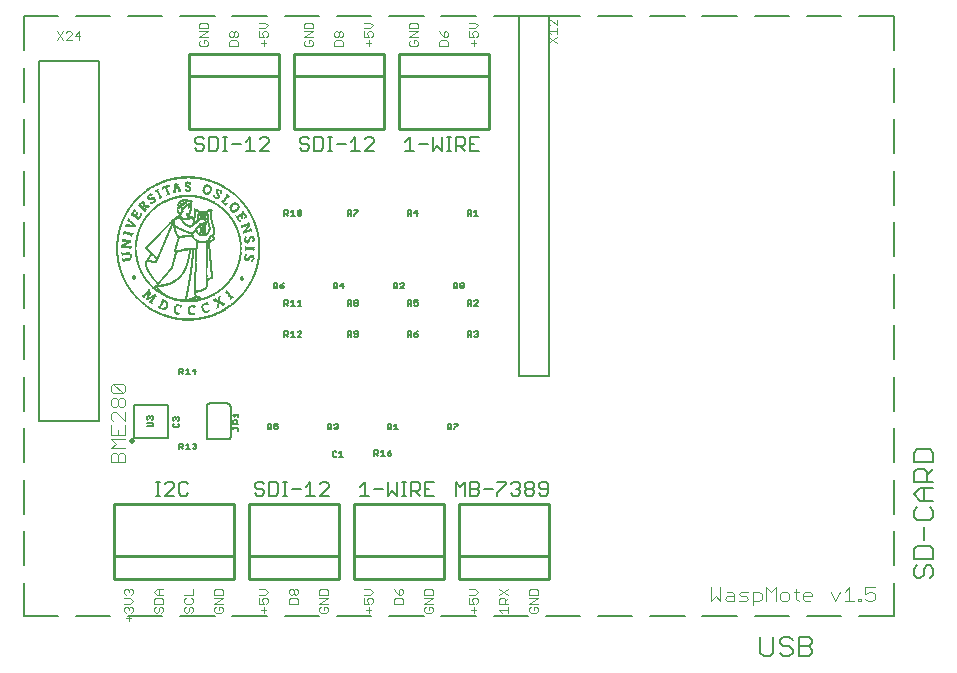
<source format=gbr>
G04 EAGLE Gerber RS-274X export*
G75*
%MOMM*%
%FSLAX34Y34*%
%LPD*%
%INSilkscreen Top*%
%IPPOS*%
%AMOC8*
5,1,8,0,0,1.08239X$1,22.5*%
G01*
%ADD10C,0.076200*%
%ADD11C,0.127000*%
%ADD12C,0.101600*%
%ADD13C,0.152400*%
%ADD14C,0.254000*%
%ADD15C,0.508000*%
%ADD16R,0.972819X0.042162*%
%ADD17R,1.440181X0.042419*%
%ADD18R,2.242819X0.042419*%
%ADD19R,2.496819X0.042162*%
%ADD20R,0.718819X0.042419*%
%ADD21R,0.635000X0.042419*%
%ADD22R,0.678181X0.042419*%
%ADD23R,0.551181X0.042162*%
%ADD24R,0.548638X0.042162*%
%ADD25R,0.508000X0.042419*%
%ADD26R,0.464819X0.042419*%
%ADD27R,0.424181X0.042419*%
%ADD28R,0.424181X0.042162*%
%ADD29R,0.381000X0.042419*%
%ADD30R,0.297181X0.042419*%
%ADD31R,0.381000X0.042162*%
%ADD32R,0.254000X0.042162*%
%ADD33R,0.508000X0.042162*%
%ADD34R,0.337819X0.042162*%
%ADD35R,0.337819X0.042419*%
%ADD36R,0.551181X0.042419*%
%ADD37R,0.340363X0.042419*%
%ADD38R,0.421637X0.042419*%
%ADD39R,0.254000X0.042419*%
%ADD40R,0.297181X0.042162*%
%ADD41R,0.210819X0.042162*%
%ADD42R,0.170181X0.042419*%
%ADD43R,0.167637X0.042419*%
%ADD44R,0.213363X0.042419*%
%ADD45R,0.210819X0.042419*%
%ADD46R,0.170181X0.042162*%
%ADD47R,0.591819X0.042162*%
%ADD48R,0.294637X0.042162*%
%ADD49R,0.294637X0.042419*%
%ADD50R,0.213363X0.042162*%
%ADD51R,0.167637X0.042162*%
%ADD52R,0.083819X0.042162*%
%ADD53R,0.127000X0.042419*%
%ADD54R,0.083819X0.042419*%
%ADD55R,0.127000X0.042162*%
%ADD56R,0.421637X0.042162*%
%ADD57R,0.467363X0.042419*%
%ADD58R,1.483363X0.042419*%
%ADD59R,0.340363X0.042162*%
%ADD60R,1.694181X0.042162*%
%ADD61R,2.286000X0.042419*%
%ADD62R,2.456181X0.042419*%
%ADD63R,0.591819X0.042419*%
%ADD64R,0.040638X0.042419*%
%ADD65R,0.762000X0.042162*%
%ADD66R,0.721363X0.042419*%
%ADD67R,0.467363X0.042162*%
%ADD68R,0.464819X0.042162*%
%ADD69R,0.086363X0.042419*%
%ADD70R,0.845819X0.042162*%
%ADD71R,1.016000X0.042419*%
%ADD72R,0.086363X0.042162*%
%ADD73R,0.635000X0.042162*%
%ADD74R,0.675638X0.042419*%
%ADD75R,0.762000X0.042419*%
%ADD76R,0.805181X0.042162*%
%ADD77R,0.043181X0.042162*%
%ADD78R,0.678181X0.042162*%
%ADD79R,0.043181X0.042419*%
%ADD80R,0.889000X0.042162*%
%ADD81R,1.186181X0.042419*%
%ADD82R,1.143000X0.042419*%
%ADD83R,0.848363X0.042419*%
%ADD84R,0.848363X0.042162*%
%ADD85R,0.040638X0.042162*%
%ADD86R,0.932181X0.042162*%
%ADD87R,1.356363X0.042419*%
%ADD88R,1.056638X0.042162*%
%ADD89R,0.972819X0.042419*%
%ADD90R,0.594363X0.042419*%
%ADD91R,0.845819X0.042419*%
%ADD92R,0.805181X0.042419*%
%ADD93R,0.594363X0.042162*%
%ADD94R,0.548638X0.042419*%
%ADD95R,0.889000X0.042419*%
%ADD96R,0.929638X0.042162*%
%ADD97R,1.102363X0.042419*%
%ADD98R,0.932181X0.042419*%
%ADD99R,0.721363X0.042162*%
%ADD100R,0.718819X0.042162*%
%ADD101R,1.778000X0.042419*%
%ADD102R,1.440181X0.042162*%
%ADD103R,1.183638X0.042419*%
%ADD104R,2.369819X0.042162*%
%ADD105R,1.694181X0.042419*%


D10*
X380997Y482981D02*
X380997Y487896D01*
X383454Y485438D02*
X378539Y485438D01*
X377311Y490465D02*
X377311Y495380D01*
X377311Y490465D02*
X380997Y490465D01*
X379768Y492923D01*
X379768Y494151D01*
X380997Y495380D01*
X383454Y495380D01*
X384683Y494151D01*
X384683Y491694D01*
X383454Y490465D01*
X382226Y497949D02*
X377311Y497949D01*
X382226Y497949D02*
X384683Y500407D01*
X382226Y502864D01*
X377311Y502864D01*
X359283Y482981D02*
X351911Y482981D01*
X359283Y482981D02*
X359283Y486667D01*
X358054Y487896D01*
X353139Y487896D01*
X351911Y486667D01*
X351911Y482981D01*
X353139Y492923D02*
X351911Y495380D01*
X353139Y492923D02*
X355597Y490465D01*
X358054Y490465D01*
X359283Y491694D01*
X359283Y494151D01*
X358054Y495380D01*
X356826Y495380D01*
X355597Y494151D01*
X355597Y490465D01*
X327739Y487896D02*
X326511Y486667D01*
X326511Y484210D01*
X327739Y482981D01*
X332654Y482981D01*
X333883Y484210D01*
X333883Y486667D01*
X332654Y487896D01*
X330197Y487896D01*
X330197Y485438D01*
X333883Y490465D02*
X326511Y490465D01*
X333883Y495380D01*
X326511Y495380D01*
X326511Y497949D02*
X333883Y497949D01*
X333883Y501635D01*
X332654Y502864D01*
X327739Y502864D01*
X326511Y501635D01*
X326511Y497949D01*
X292097Y487896D02*
X292097Y482981D01*
X294554Y485438D02*
X289639Y485438D01*
X288411Y490465D02*
X288411Y495380D01*
X288411Y490465D02*
X292097Y490465D01*
X290868Y492923D01*
X290868Y494151D01*
X292097Y495380D01*
X294554Y495380D01*
X295783Y494151D01*
X295783Y491694D01*
X294554Y490465D01*
X293326Y497949D02*
X288411Y497949D01*
X293326Y497949D02*
X295783Y500407D01*
X293326Y502864D01*
X288411Y502864D01*
X270383Y482981D02*
X263011Y482981D01*
X270383Y482981D02*
X270383Y486667D01*
X269154Y487896D01*
X264239Y487896D01*
X263011Y486667D01*
X263011Y482981D01*
X264239Y490465D02*
X263011Y491694D01*
X263011Y494151D01*
X264239Y495380D01*
X265468Y495380D01*
X266697Y494151D01*
X267926Y495380D01*
X269154Y495380D01*
X270383Y494151D01*
X270383Y491694D01*
X269154Y490465D01*
X267926Y490465D01*
X266697Y491694D01*
X265468Y490465D01*
X264239Y490465D01*
X266697Y491694D02*
X266697Y494151D01*
X238839Y487896D02*
X237611Y486667D01*
X237611Y484210D01*
X238839Y482981D01*
X243754Y482981D01*
X244983Y484210D01*
X244983Y486667D01*
X243754Y487896D01*
X241297Y487896D01*
X241297Y485438D01*
X244983Y490465D02*
X237611Y490465D01*
X244983Y495380D01*
X237611Y495380D01*
X237611Y497949D02*
X244983Y497949D01*
X244983Y501635D01*
X243754Y502864D01*
X238839Y502864D01*
X237611Y501635D01*
X237611Y497949D01*
X203197Y487896D02*
X203197Y482981D01*
X205654Y485438D02*
X200739Y485438D01*
X199511Y490465D02*
X199511Y495380D01*
X199511Y490465D02*
X203197Y490465D01*
X201968Y492923D01*
X201968Y494151D01*
X203197Y495380D01*
X205654Y495380D01*
X206883Y494151D01*
X206883Y491694D01*
X205654Y490465D01*
X204426Y497949D02*
X199511Y497949D01*
X204426Y497949D02*
X206883Y500407D01*
X204426Y502864D01*
X199511Y502864D01*
X181483Y482981D02*
X174111Y482981D01*
X181483Y482981D02*
X181483Y486667D01*
X180254Y487896D01*
X175339Y487896D01*
X174111Y486667D01*
X174111Y482981D01*
X175339Y490465D02*
X174111Y491694D01*
X174111Y494151D01*
X175339Y495380D01*
X176568Y495380D01*
X177797Y494151D01*
X179026Y495380D01*
X180254Y495380D01*
X181483Y494151D01*
X181483Y491694D01*
X180254Y490465D01*
X179026Y490465D01*
X177797Y491694D01*
X176568Y490465D01*
X175339Y490465D01*
X177797Y491694D02*
X177797Y494151D01*
X149939Y487896D02*
X148711Y486667D01*
X148711Y484210D01*
X149939Y482981D01*
X154854Y482981D01*
X156083Y484210D01*
X156083Y486667D01*
X154854Y487896D01*
X152397Y487896D01*
X152397Y485438D01*
X156083Y490465D02*
X148711Y490465D01*
X156083Y495380D01*
X148711Y495380D01*
X148711Y497949D02*
X156083Y497949D01*
X156083Y501635D01*
X154854Y502864D01*
X149939Y502864D01*
X148711Y501635D01*
X148711Y497949D01*
X380997Y8243D02*
X380997Y3329D01*
X383454Y5786D02*
X378539Y5786D01*
X377311Y10813D02*
X377311Y15728D01*
X377311Y10813D02*
X380997Y10813D01*
X379768Y13270D01*
X379768Y14499D01*
X380997Y15728D01*
X383454Y15728D01*
X384683Y14499D01*
X384683Y12041D01*
X383454Y10813D01*
X382226Y18297D02*
X377311Y18297D01*
X382226Y18297D02*
X384683Y20754D01*
X382226Y23212D01*
X377311Y23212D01*
X402711Y5786D02*
X405168Y3329D01*
X402711Y5786D02*
X410083Y5786D01*
X410083Y3329D02*
X410083Y8243D01*
X410083Y10813D02*
X402711Y10813D01*
X402711Y14499D01*
X403939Y15728D01*
X406397Y15728D01*
X407626Y14499D01*
X407626Y10813D01*
X407626Y13270D02*
X410083Y15728D01*
X410083Y23212D02*
X402711Y18297D01*
X402711Y23212D02*
X410083Y18297D01*
X428111Y7015D02*
X429339Y8243D01*
X428111Y7015D02*
X428111Y4557D01*
X429339Y3329D01*
X434254Y3329D01*
X435483Y4557D01*
X435483Y7015D01*
X434254Y8243D01*
X431797Y8243D01*
X431797Y5786D01*
X435483Y10813D02*
X428111Y10813D01*
X435483Y15728D01*
X428111Y15728D01*
X428111Y18297D02*
X435483Y18297D01*
X435483Y21983D01*
X434254Y23212D01*
X429339Y23212D01*
X428111Y21983D01*
X428111Y18297D01*
X292097Y8243D02*
X292097Y3329D01*
X294554Y5786D02*
X289639Y5786D01*
X288411Y10813D02*
X288411Y15728D01*
X288411Y10813D02*
X292097Y10813D01*
X290868Y13270D01*
X290868Y14499D01*
X292097Y15728D01*
X294554Y15728D01*
X295783Y14499D01*
X295783Y12041D01*
X294554Y10813D01*
X293326Y18297D02*
X288411Y18297D01*
X293326Y18297D02*
X295783Y20754D01*
X293326Y23212D01*
X288411Y23212D01*
X313811Y10813D02*
X321183Y10813D01*
X321183Y14499D01*
X319954Y15728D01*
X315039Y15728D01*
X313811Y14499D01*
X313811Y10813D01*
X315039Y20754D02*
X313811Y23212D01*
X315039Y20754D02*
X317497Y18297D01*
X319954Y18297D01*
X321183Y19526D01*
X321183Y21983D01*
X319954Y23212D01*
X318726Y23212D01*
X317497Y21983D01*
X317497Y18297D01*
X339211Y7015D02*
X340439Y8243D01*
X339211Y7015D02*
X339211Y4557D01*
X340439Y3329D01*
X345354Y3329D01*
X346583Y4557D01*
X346583Y7015D01*
X345354Y8243D01*
X342897Y8243D01*
X342897Y5786D01*
X346583Y10813D02*
X339211Y10813D01*
X346583Y15728D01*
X339211Y15728D01*
X339211Y18297D02*
X346583Y18297D01*
X346583Y21983D01*
X345354Y23212D01*
X340439Y23212D01*
X339211Y21983D01*
X339211Y18297D01*
X203197Y8243D02*
X203197Y3329D01*
X205654Y5786D02*
X200739Y5786D01*
X199511Y10813D02*
X199511Y15728D01*
X199511Y10813D02*
X203197Y10813D01*
X201968Y13270D01*
X201968Y14499D01*
X203197Y15728D01*
X205654Y15728D01*
X206883Y14499D01*
X206883Y12041D01*
X205654Y10813D01*
X204426Y18297D02*
X199511Y18297D01*
X204426Y18297D02*
X206883Y20754D01*
X204426Y23212D01*
X199511Y23212D01*
X224911Y10813D02*
X232283Y10813D01*
X232283Y14499D01*
X231054Y15728D01*
X226139Y15728D01*
X224911Y14499D01*
X224911Y10813D01*
X226139Y18297D02*
X224911Y19526D01*
X224911Y21983D01*
X226139Y23212D01*
X227368Y23212D01*
X228597Y21983D01*
X229826Y23212D01*
X231054Y23212D01*
X232283Y21983D01*
X232283Y19526D01*
X231054Y18297D01*
X229826Y18297D01*
X228597Y19526D01*
X227368Y18297D01*
X226139Y18297D01*
X228597Y19526D02*
X228597Y21983D01*
X250311Y7015D02*
X251539Y8243D01*
X250311Y7015D02*
X250311Y4557D01*
X251539Y3329D01*
X256454Y3329D01*
X257683Y4557D01*
X257683Y7015D01*
X256454Y8243D01*
X253997Y8243D01*
X253997Y5786D01*
X257683Y10813D02*
X250311Y10813D01*
X257683Y15728D01*
X250311Y15728D01*
X250311Y18297D02*
X257683Y18297D01*
X257683Y21983D01*
X256454Y23212D01*
X251539Y23212D01*
X250311Y21983D01*
X250311Y18297D01*
X111839Y8243D02*
X110611Y7015D01*
X110611Y4557D01*
X111839Y3329D01*
X113068Y3329D01*
X114297Y4557D01*
X114297Y7015D01*
X115526Y8243D01*
X116754Y8243D01*
X117983Y7015D01*
X117983Y4557D01*
X116754Y3329D01*
X117983Y10813D02*
X110611Y10813D01*
X117983Y10813D02*
X117983Y14499D01*
X116754Y15728D01*
X111839Y15728D01*
X110611Y14499D01*
X110611Y10813D01*
X113068Y18297D02*
X117983Y18297D01*
X113068Y18297D02*
X110611Y20754D01*
X113068Y23212D01*
X117983Y23212D01*
X114297Y23212D02*
X114297Y18297D01*
X136011Y7015D02*
X137239Y8243D01*
X136011Y7015D02*
X136011Y4557D01*
X137239Y3329D01*
X138468Y3329D01*
X139697Y4557D01*
X139697Y7015D01*
X140926Y8243D01*
X142154Y8243D01*
X143383Y7015D01*
X143383Y4557D01*
X142154Y3329D01*
X136011Y14499D02*
X137239Y15728D01*
X136011Y14499D02*
X136011Y12041D01*
X137239Y10813D01*
X142154Y10813D01*
X143383Y12041D01*
X143383Y14499D01*
X142154Y15728D01*
X143383Y18297D02*
X136011Y18297D01*
X143383Y18297D02*
X143383Y23212D01*
X161411Y7015D02*
X162639Y8243D01*
X161411Y7015D02*
X161411Y4557D01*
X162639Y3329D01*
X167554Y3329D01*
X168783Y4557D01*
X168783Y7015D01*
X167554Y8243D01*
X165097Y8243D01*
X165097Y5786D01*
X168783Y10813D02*
X161411Y10813D01*
X168783Y15728D01*
X161411Y15728D01*
X161411Y18297D02*
X168783Y18297D01*
X168783Y21983D01*
X167554Y23212D01*
X162639Y23212D01*
X161411Y21983D01*
X161411Y18297D01*
X88897Y759D02*
X88897Y-4156D01*
X91354Y-1698D02*
X86439Y-1698D01*
X86439Y3329D02*
X85211Y4557D01*
X85211Y7015D01*
X86439Y8243D01*
X87668Y8243D01*
X88897Y7015D01*
X88897Y5786D01*
X88897Y7015D02*
X90126Y8243D01*
X91354Y8243D01*
X92583Y7015D01*
X92583Y4557D01*
X91354Y3329D01*
X90126Y10813D02*
X85211Y10813D01*
X90126Y10813D02*
X92583Y13270D01*
X90126Y15728D01*
X85211Y15728D01*
X86439Y18297D02*
X85211Y19526D01*
X85211Y21983D01*
X86439Y23212D01*
X87668Y23212D01*
X88897Y21983D01*
X88897Y20754D01*
X88897Y21983D02*
X90126Y23212D01*
X91354Y23212D01*
X92583Y21983D01*
X92583Y19526D01*
X91354Y18297D01*
X444367Y485521D02*
X451739Y490436D01*
X451739Y485521D02*
X444367Y490436D01*
X446824Y493005D02*
X444367Y495463D01*
X451739Y495463D01*
X451739Y497920D02*
X451739Y493005D01*
X451739Y500489D02*
X451739Y505404D01*
X451739Y500489D02*
X446824Y505404D01*
X445595Y505404D01*
X444367Y504175D01*
X444367Y501718D01*
X445595Y500489D01*
X33236Y488061D02*
X28321Y495433D01*
X33236Y495433D02*
X28321Y488061D01*
X35805Y488061D02*
X40720Y488061D01*
X35805Y488061D02*
X40720Y492976D01*
X40720Y494205D01*
X39491Y495433D01*
X37034Y495433D01*
X35805Y494205D01*
X46975Y495433D02*
X46975Y488061D01*
X43289Y491747D02*
X46975Y495433D01*
X48204Y491747D02*
X43289Y491747D01*
D11*
X0Y28583D02*
X0Y0D01*
X0Y43583D02*
X0Y72167D01*
X0Y87167D02*
X0Y115750D01*
X0Y130750D02*
X0Y159333D01*
X0Y174333D02*
X0Y202917D01*
X0Y217917D02*
X0Y246500D01*
X0Y261500D02*
X0Y290083D01*
X0Y305083D02*
X0Y333667D01*
X0Y348667D02*
X0Y377250D01*
X0Y392250D02*
X0Y420833D01*
X0Y435833D02*
X0Y464417D01*
X0Y479417D02*
X0Y508000D01*
X29212Y508000D01*
X44212Y508000D02*
X73424Y508000D01*
X88424Y508000D02*
X117635Y508000D01*
X132635Y508000D02*
X161847Y508000D01*
X176847Y508000D02*
X206059Y508000D01*
X221059Y508000D02*
X250271Y508000D01*
X265271Y508000D02*
X294482Y508000D01*
X309482Y508000D02*
X338694Y508000D01*
X353694Y508000D02*
X382906Y508000D01*
X397906Y508000D02*
X427118Y508000D01*
X442118Y508000D02*
X471329Y508000D01*
X486329Y508000D02*
X515541Y508000D01*
X530541Y508000D02*
X559753Y508000D01*
X574753Y508000D02*
X603965Y508000D01*
X618965Y508000D02*
X648176Y508000D01*
X663176Y508000D02*
X692388Y508000D01*
X707388Y508000D02*
X736600Y508000D01*
X736600Y479417D01*
X736600Y464417D02*
X736600Y435833D01*
X736600Y420833D02*
X736600Y392250D01*
X736600Y377250D02*
X736600Y348667D01*
X736600Y333667D02*
X736600Y305083D01*
X736600Y290083D02*
X736600Y261500D01*
X736600Y246500D02*
X736600Y217917D01*
X736600Y202917D02*
X736600Y174333D01*
X736600Y159333D02*
X736600Y130750D01*
X736600Y115750D02*
X736600Y87167D01*
X736600Y72167D02*
X736600Y43583D01*
X736600Y28583D02*
X736600Y0D01*
X707388Y0D01*
X692388Y0D02*
X663176Y0D01*
X648176Y0D02*
X618965Y0D01*
X603965Y0D02*
X574753Y0D01*
X559753Y0D02*
X530541Y0D01*
X515541Y0D02*
X486329Y0D01*
X471329Y0D02*
X442118Y0D01*
X427118Y0D02*
X397906Y0D01*
X382906Y0D02*
X353694Y0D01*
X338694Y0D02*
X309482Y0D01*
X294482Y0D02*
X265271Y0D01*
X250271Y0D02*
X221059Y0D01*
X206059Y0D02*
X176847Y0D01*
X161847Y0D02*
X132635Y0D01*
X117635Y0D02*
X88424Y0D01*
X73424Y0D02*
X44212Y0D01*
X29212Y0D02*
X0Y0D01*
D12*
X582131Y13208D02*
X582131Y24902D01*
X586029Y17106D02*
X582131Y13208D01*
X586029Y17106D02*
X589927Y13208D01*
X589927Y24902D01*
X595774Y21004D02*
X599672Y21004D01*
X601621Y19055D01*
X601621Y13208D01*
X595774Y13208D01*
X593825Y15157D01*
X595774Y17106D01*
X601621Y17106D01*
X605519Y13208D02*
X611366Y13208D01*
X613315Y15157D01*
X611366Y17106D01*
X607468Y17106D01*
X605519Y19055D01*
X607468Y21004D01*
X613315Y21004D01*
X617213Y21004D02*
X617213Y9310D01*
X617213Y21004D02*
X623060Y21004D01*
X625009Y19055D01*
X625009Y15157D01*
X623060Y13208D01*
X617213Y13208D01*
X628907Y13208D02*
X628907Y24902D01*
X632805Y21004D01*
X636703Y24902D01*
X636703Y13208D01*
X642550Y13208D02*
X646448Y13208D01*
X648397Y15157D01*
X648397Y19055D01*
X646448Y21004D01*
X642550Y21004D01*
X640601Y19055D01*
X640601Y15157D01*
X642550Y13208D01*
X654244Y15157D02*
X654244Y22953D01*
X654244Y15157D02*
X656193Y13208D01*
X656193Y21004D02*
X652295Y21004D01*
X662040Y13208D02*
X665938Y13208D01*
X662040Y13208D02*
X660091Y15157D01*
X660091Y19055D01*
X662040Y21004D01*
X665938Y21004D01*
X667887Y19055D01*
X667887Y17106D01*
X660091Y17106D01*
X683479Y21004D02*
X687377Y13208D01*
X691275Y21004D01*
X695173Y21004D02*
X699071Y24902D01*
X699071Y13208D01*
X695173Y13208D02*
X702969Y13208D01*
X706867Y13208D02*
X706867Y15157D01*
X708816Y15157D01*
X708816Y13208D01*
X706867Y13208D01*
X712714Y24902D02*
X720510Y24902D01*
X712714Y24902D02*
X712714Y19055D01*
X716612Y21004D01*
X718561Y21004D01*
X720510Y19055D01*
X720510Y15157D01*
X718561Y13208D01*
X714663Y13208D01*
X712714Y15157D01*
D13*
X623905Y-17258D02*
X623905Y-30816D01*
X626616Y-33528D01*
X632040Y-33528D01*
X634751Y-30816D01*
X634751Y-17258D01*
X648411Y-17258D02*
X651123Y-19970D01*
X648411Y-17258D02*
X642988Y-17258D01*
X640276Y-19970D01*
X640276Y-22681D01*
X642988Y-25393D01*
X648411Y-25393D01*
X651123Y-28105D01*
X651123Y-30816D01*
X648411Y-33528D01*
X642988Y-33528D01*
X640276Y-30816D01*
X656648Y-33528D02*
X656648Y-17258D01*
X664783Y-17258D01*
X667494Y-19970D01*
X667494Y-22681D01*
X664783Y-25393D01*
X667494Y-28105D01*
X667494Y-30816D01*
X664783Y-33528D01*
X656648Y-33528D01*
X656648Y-25393D02*
X664783Y-25393D01*
X753858Y40496D02*
X756570Y43208D01*
X753858Y40496D02*
X753858Y35073D01*
X756570Y32361D01*
X759281Y32361D01*
X761993Y35073D01*
X761993Y40496D01*
X764705Y43208D01*
X767416Y43208D01*
X770128Y40496D01*
X770128Y35073D01*
X767416Y32361D01*
X770128Y48733D02*
X753858Y48733D01*
X770128Y48733D02*
X770128Y56868D01*
X767416Y59580D01*
X756570Y59580D01*
X753858Y56868D01*
X753858Y48733D01*
X761993Y65105D02*
X761993Y75951D01*
X753858Y89611D02*
X756570Y92323D01*
X753858Y89611D02*
X753858Y84188D01*
X756570Y81476D01*
X767416Y81476D01*
X770128Y84188D01*
X770128Y89611D01*
X767416Y92323D01*
X770128Y97848D02*
X759281Y97848D01*
X753858Y103271D01*
X759281Y108694D01*
X770128Y108694D01*
X761993Y108694D02*
X761993Y97848D01*
X770128Y114219D02*
X753858Y114219D01*
X753858Y122354D01*
X756570Y125066D01*
X761993Y125066D01*
X764705Y122354D01*
X764705Y114219D01*
X764705Y119643D02*
X770128Y125066D01*
X770128Y130591D02*
X753858Y130591D01*
X770128Y130591D02*
X770128Y138726D01*
X767416Y141437D01*
X756570Y141437D01*
X753858Y138726D01*
X753858Y130591D01*
D11*
X63500Y469900D02*
X12700Y469900D01*
X63500Y469900D02*
X63500Y165100D01*
X12700Y165100D01*
X12700Y469900D01*
X419100Y508000D02*
X444500Y508000D01*
X444500Y203200D01*
X419100Y203200D01*
X419100Y508000D01*
D14*
X177800Y31750D02*
X76200Y31750D01*
X76200Y50800D01*
X76200Y95250D01*
X177800Y95250D01*
X177800Y50800D01*
X177800Y31750D01*
X177800Y50800D02*
X76200Y50800D01*
D11*
X112043Y102235D02*
X115856Y102235D01*
X113950Y102235D02*
X113950Y113675D01*
X115856Y113675D02*
X112043Y113675D01*
X119839Y102235D02*
X127465Y102235D01*
X119839Y102235D02*
X127465Y109862D01*
X127465Y111768D01*
X125559Y113675D01*
X121746Y113675D01*
X119839Y111768D01*
X137253Y113675D02*
X139159Y111768D01*
X137253Y113675D02*
X133440Y113675D01*
X131533Y111768D01*
X131533Y104142D01*
X133440Y102235D01*
X137253Y102235D01*
X139159Y104142D01*
D14*
X279400Y31750D02*
X355600Y31750D01*
X279400Y31750D02*
X279400Y50800D01*
X279400Y95250D01*
X355600Y95250D01*
X355600Y50800D01*
X355600Y31750D01*
X355600Y50800D02*
X279400Y50800D01*
D11*
X285002Y109862D02*
X288815Y113675D01*
X288815Y102235D01*
X285002Y102235D02*
X292629Y102235D01*
X296696Y107955D02*
X304322Y107955D01*
X308390Y113675D02*
X308390Y102235D01*
X312203Y106048D01*
X316016Y102235D01*
X316016Y113675D01*
X320084Y102235D02*
X323897Y102235D01*
X321991Y102235D02*
X321991Y113675D01*
X323897Y113675D02*
X320084Y113675D01*
X327880Y113675D02*
X327880Y102235D01*
X327880Y113675D02*
X333600Y113675D01*
X335506Y111768D01*
X335506Y107955D01*
X333600Y106048D01*
X327880Y106048D01*
X331693Y106048D02*
X335506Y102235D01*
X339574Y113675D02*
X347200Y113675D01*
X339574Y113675D02*
X339574Y102235D01*
X347200Y102235D01*
X343387Y107955D02*
X339574Y107955D01*
D14*
X266700Y31750D02*
X190500Y31750D01*
X190500Y50800D01*
X190500Y95250D01*
X266700Y95250D01*
X266700Y50800D01*
X266700Y31750D01*
X266700Y50800D02*
X190500Y50800D01*
D11*
X203729Y111768D02*
X201822Y113675D01*
X198009Y113675D01*
X196102Y111768D01*
X196102Y109862D01*
X198009Y107955D01*
X201822Y107955D01*
X203729Y106048D01*
X203729Y104142D01*
X201822Y102235D01*
X198009Y102235D01*
X196102Y104142D01*
X207796Y102235D02*
X207796Y113675D01*
X207796Y102235D02*
X213516Y102235D01*
X215422Y104142D01*
X215422Y111768D01*
X213516Y113675D01*
X207796Y113675D01*
X219490Y102235D02*
X223303Y102235D01*
X221397Y102235D02*
X221397Y113675D01*
X223303Y113675D02*
X219490Y113675D01*
X227286Y107955D02*
X234912Y107955D01*
X238980Y109862D02*
X242793Y113675D01*
X242793Y102235D01*
X238980Y102235D02*
X246606Y102235D01*
X250674Y102235D02*
X258300Y102235D01*
X250674Y102235D02*
X258300Y109862D01*
X258300Y111768D01*
X256394Y113675D01*
X252580Y113675D01*
X250674Y111768D01*
D14*
X368300Y31750D02*
X444500Y31750D01*
X368300Y31750D02*
X368300Y50800D01*
X368300Y95250D01*
X444500Y95250D01*
X444500Y50800D01*
X444500Y31750D01*
X444500Y50800D02*
X368300Y50800D01*
D11*
X366106Y102235D02*
X366106Y113675D01*
X369919Y109862D01*
X373733Y113675D01*
X373733Y102235D01*
X377800Y102235D02*
X377800Y113675D01*
X383520Y113675D01*
X385427Y111768D01*
X385427Y109862D01*
X383520Y107955D01*
X385427Y106048D01*
X385427Y104142D01*
X383520Y102235D01*
X377800Y102235D01*
X377800Y107955D02*
X383520Y107955D01*
X389494Y107955D02*
X397120Y107955D01*
X401188Y113675D02*
X408814Y113675D01*
X408814Y111768D01*
X401188Y104142D01*
X401188Y102235D01*
X412882Y111768D02*
X414789Y113675D01*
X418602Y113675D01*
X420508Y111768D01*
X420508Y109862D01*
X418602Y107955D01*
X416695Y107955D01*
X418602Y107955D02*
X420508Y106048D01*
X420508Y104142D01*
X418602Y102235D01*
X414789Y102235D01*
X412882Y104142D01*
X424576Y111768D02*
X426483Y113675D01*
X430296Y113675D01*
X432202Y111768D01*
X432202Y109862D01*
X430296Y107955D01*
X432202Y106048D01*
X432202Y104142D01*
X430296Y102235D01*
X426483Y102235D01*
X424576Y104142D01*
X424576Y106048D01*
X426483Y107955D01*
X424576Y109862D01*
X424576Y111768D01*
X426483Y107955D02*
X430296Y107955D01*
X436270Y104142D02*
X438176Y102235D01*
X441990Y102235D01*
X443896Y104142D01*
X443896Y111768D01*
X441990Y113675D01*
X438176Y113675D01*
X436270Y111768D01*
X436270Y109862D01*
X438176Y107955D01*
X443896Y107955D01*
X358979Y159174D02*
X358979Y162394D01*
X359784Y163199D01*
X361394Y163199D01*
X362199Y162394D01*
X362199Y159174D01*
X361394Y158369D01*
X359784Y158369D01*
X358979Y159174D01*
X360589Y159979D02*
X362199Y158369D01*
X364592Y163199D02*
X367812Y163199D01*
X367812Y162394D01*
X364592Y159174D01*
X364592Y158369D01*
X364059Y278554D02*
X364059Y281774D01*
X364864Y282579D01*
X366474Y282579D01*
X367279Y281774D01*
X367279Y278554D01*
X366474Y277749D01*
X364864Y277749D01*
X364059Y278554D01*
X365669Y279359D02*
X367279Y277749D01*
X369672Y281774D02*
X370477Y282579D01*
X372087Y282579D01*
X372892Y281774D01*
X372892Y280969D01*
X372087Y280164D01*
X372892Y279359D01*
X372892Y278554D01*
X372087Y277749D01*
X370477Y277749D01*
X369672Y278554D01*
X369672Y279359D01*
X370477Y280164D01*
X369672Y280969D01*
X369672Y281774D01*
X370477Y280164D02*
X372087Y280164D01*
X376022Y339344D02*
X376022Y344174D01*
X378437Y344174D01*
X379242Y343369D01*
X379242Y341759D01*
X378437Y340954D01*
X376022Y340954D01*
X377632Y340954D02*
X379242Y339344D01*
X381635Y342564D02*
X383245Y344174D01*
X383245Y339344D01*
X381635Y339344D02*
X384855Y339344D01*
X376022Y267974D02*
X376022Y263144D01*
X376022Y267974D02*
X378437Y267974D01*
X379242Y267169D01*
X379242Y265559D01*
X378437Y264754D01*
X376022Y264754D01*
X377632Y264754D02*
X379242Y263144D01*
X381635Y263144D02*
X384855Y263144D01*
X381635Y263144D02*
X384855Y266364D01*
X384855Y267169D01*
X384050Y267974D01*
X382440Y267974D01*
X381635Y267169D01*
X376022Y241685D02*
X376022Y236855D01*
X376022Y241685D02*
X378437Y241685D01*
X379242Y240880D01*
X379242Y239270D01*
X378437Y238465D01*
X376022Y238465D01*
X377632Y238465D02*
X379242Y236855D01*
X381635Y240880D02*
X382440Y241685D01*
X384050Y241685D01*
X384855Y240880D01*
X384855Y240075D01*
X384050Y239270D01*
X383245Y239270D01*
X384050Y239270D02*
X384855Y238465D01*
X384855Y237660D01*
X384050Y236855D01*
X382440Y236855D01*
X381635Y237660D01*
X308179Y162394D02*
X308179Y159174D01*
X308179Y162394D02*
X308984Y163199D01*
X310594Y163199D01*
X311399Y162394D01*
X311399Y159174D01*
X310594Y158369D01*
X308984Y158369D01*
X308179Y159174D01*
X309789Y159979D02*
X311399Y158369D01*
X313792Y161589D02*
X315402Y163199D01*
X315402Y158369D01*
X313792Y158369D02*
X317012Y158369D01*
X313259Y278554D02*
X313259Y281774D01*
X314064Y282579D01*
X315674Y282579D01*
X316479Y281774D01*
X316479Y278554D01*
X315674Y277749D01*
X314064Y277749D01*
X313259Y278554D01*
X314869Y279359D02*
X316479Y277749D01*
X318872Y277749D02*
X322092Y277749D01*
X318872Y277749D02*
X322092Y280969D01*
X322092Y281774D01*
X321287Y282579D01*
X319677Y282579D01*
X318872Y281774D01*
X325222Y339344D02*
X325222Y344174D01*
X327637Y344174D01*
X328442Y343369D01*
X328442Y341759D01*
X327637Y340954D01*
X325222Y340954D01*
X326832Y340954D02*
X328442Y339344D01*
X333250Y339344D02*
X333250Y344174D01*
X330835Y341759D01*
X334055Y341759D01*
X325222Y267974D02*
X325222Y263144D01*
X325222Y267974D02*
X327637Y267974D01*
X328442Y267169D01*
X328442Y265559D01*
X327637Y264754D01*
X325222Y264754D01*
X326832Y264754D02*
X328442Y263144D01*
X330835Y267974D02*
X334055Y267974D01*
X330835Y267974D02*
X330835Y265559D01*
X332445Y266364D01*
X333250Y266364D01*
X334055Y265559D01*
X334055Y263949D01*
X333250Y263144D01*
X331640Y263144D01*
X330835Y263949D01*
X325222Y241685D02*
X325222Y236855D01*
X325222Y241685D02*
X327637Y241685D01*
X328442Y240880D01*
X328442Y239270D01*
X327637Y238465D01*
X325222Y238465D01*
X326832Y238465D02*
X328442Y236855D01*
X332445Y240880D02*
X334055Y241685D01*
X332445Y240880D02*
X330835Y239270D01*
X330835Y237660D01*
X331640Y236855D01*
X333250Y236855D01*
X334055Y237660D01*
X334055Y238465D01*
X333250Y239270D01*
X330835Y239270D01*
X257379Y162394D02*
X257379Y159174D01*
X257379Y162394D02*
X258184Y163199D01*
X259794Y163199D01*
X260599Y162394D01*
X260599Y159174D01*
X259794Y158369D01*
X258184Y158369D01*
X257379Y159174D01*
X258989Y159979D02*
X260599Y158369D01*
X262992Y162394D02*
X263797Y163199D01*
X265407Y163199D01*
X266212Y162394D01*
X266212Y161589D01*
X265407Y160784D01*
X264602Y160784D01*
X265407Y160784D02*
X266212Y159979D01*
X266212Y159174D01*
X265407Y158369D01*
X263797Y158369D01*
X262992Y159174D01*
X262459Y278554D02*
X262459Y281774D01*
X263264Y282579D01*
X264874Y282579D01*
X265679Y281774D01*
X265679Y278554D01*
X264874Y277749D01*
X263264Y277749D01*
X262459Y278554D01*
X264069Y279359D02*
X265679Y277749D01*
X270487Y277749D02*
X270487Y282579D01*
X268072Y280164D01*
X271292Y280164D01*
X274422Y339344D02*
X274422Y344174D01*
X276837Y344174D01*
X277642Y343369D01*
X277642Y341759D01*
X276837Y340954D01*
X274422Y340954D01*
X276032Y340954D02*
X277642Y339344D01*
X280035Y344174D02*
X283255Y344174D01*
X283255Y343369D01*
X280035Y340149D01*
X280035Y339344D01*
X274422Y267974D02*
X274422Y263144D01*
X274422Y267974D02*
X276837Y267974D01*
X277642Y267169D01*
X277642Y265559D01*
X276837Y264754D01*
X274422Y264754D01*
X276032Y264754D02*
X277642Y263144D01*
X280035Y267169D02*
X280840Y267974D01*
X282450Y267974D01*
X283255Y267169D01*
X283255Y266364D01*
X282450Y265559D01*
X283255Y264754D01*
X283255Y263949D01*
X282450Y263144D01*
X280840Y263144D01*
X280035Y263949D01*
X280035Y264754D01*
X280840Y265559D01*
X280035Y266364D01*
X280035Y267169D01*
X280840Y265559D02*
X282450Y265559D01*
X274422Y241685D02*
X274422Y236855D01*
X274422Y241685D02*
X276837Y241685D01*
X277642Y240880D01*
X277642Y239270D01*
X276837Y238465D01*
X274422Y238465D01*
X276032Y238465D02*
X277642Y236855D01*
X280035Y237660D02*
X280840Y236855D01*
X282450Y236855D01*
X283255Y237660D01*
X283255Y240880D01*
X282450Y241685D01*
X280840Y241685D01*
X280035Y240880D01*
X280035Y240075D01*
X280840Y239270D01*
X283255Y239270D01*
X206579Y162394D02*
X206579Y159174D01*
X206579Y162394D02*
X207384Y163199D01*
X208994Y163199D01*
X209799Y162394D01*
X209799Y159174D01*
X208994Y158369D01*
X207384Y158369D01*
X206579Y159174D01*
X208189Y159979D02*
X209799Y158369D01*
X212192Y163199D02*
X215412Y163199D01*
X212192Y163199D02*
X212192Y160784D01*
X213802Y161589D01*
X214607Y161589D01*
X215412Y160784D01*
X215412Y159174D01*
X214607Y158369D01*
X212997Y158369D01*
X212192Y159174D01*
X211659Y278554D02*
X211659Y281774D01*
X212464Y282579D01*
X214074Y282579D01*
X214879Y281774D01*
X214879Y278554D01*
X214074Y277749D01*
X212464Y277749D01*
X211659Y278554D01*
X213269Y279359D02*
X214879Y277749D01*
X218882Y281774D02*
X220492Y282579D01*
X218882Y281774D02*
X217272Y280164D01*
X217272Y278554D01*
X218077Y277749D01*
X219687Y277749D01*
X220492Y278554D01*
X220492Y279359D01*
X219687Y280164D01*
X217272Y280164D01*
X220815Y339344D02*
X220815Y344174D01*
X223230Y344174D01*
X224035Y343369D01*
X224035Y341759D01*
X223230Y340954D01*
X220815Y340954D01*
X222425Y340954D02*
X224035Y339344D01*
X226428Y342564D02*
X228038Y344174D01*
X228038Y339344D01*
X226428Y339344D02*
X229648Y339344D01*
X232042Y340149D02*
X232042Y343369D01*
X232847Y344174D01*
X234457Y344174D01*
X235262Y343369D01*
X235262Y340149D01*
X234457Y339344D01*
X232847Y339344D01*
X232042Y340149D01*
X235262Y343369D01*
X220815Y267974D02*
X220815Y263144D01*
X220815Y267974D02*
X223230Y267974D01*
X224035Y267169D01*
X224035Y265559D01*
X223230Y264754D01*
X220815Y264754D01*
X222425Y264754D02*
X224035Y263144D01*
X226428Y266364D02*
X228038Y267974D01*
X228038Y263144D01*
X226428Y263144D02*
X229648Y263144D01*
X232042Y266364D02*
X233652Y267974D01*
X233652Y263144D01*
X232042Y263144D02*
X235262Y263144D01*
X220815Y241685D02*
X220815Y236855D01*
X220815Y241685D02*
X223230Y241685D01*
X224035Y240880D01*
X224035Y239270D01*
X223230Y238465D01*
X220815Y238465D01*
X222425Y238465D02*
X224035Y236855D01*
X226428Y240075D02*
X228038Y241685D01*
X228038Y236855D01*
X226428Y236855D02*
X229649Y236855D01*
X232042Y236855D02*
X235262Y236855D01*
X232042Y236855D02*
X235262Y240075D01*
X235262Y240880D01*
X234457Y241685D01*
X232847Y241685D01*
X232042Y240880D01*
X264137Y140085D02*
X264942Y139280D01*
X264137Y140085D02*
X262527Y140085D01*
X261722Y139280D01*
X261722Y136060D01*
X262527Y135255D01*
X264137Y135255D01*
X264942Y136060D01*
X267335Y138475D02*
X268945Y140085D01*
X268945Y135255D01*
X267335Y135255D02*
X270555Y135255D01*
X297015Y135890D02*
X297015Y140720D01*
X299430Y140720D01*
X300235Y139915D01*
X300235Y138305D01*
X299430Y137500D01*
X297015Y137500D01*
X298625Y137500D02*
X300235Y135890D01*
X302628Y139110D02*
X304238Y140720D01*
X304238Y135890D01*
X302628Y135890D02*
X305849Y135890D01*
X309852Y139915D02*
X311462Y140720D01*
X309852Y139915D02*
X308242Y138305D01*
X308242Y136695D01*
X309047Y135890D01*
X310657Y135890D01*
X311462Y136695D01*
X311462Y137500D01*
X310657Y138305D01*
X308242Y138305D01*
X131915Y141605D02*
X131915Y146435D01*
X134330Y146435D01*
X135135Y145630D01*
X135135Y144020D01*
X134330Y143215D01*
X131915Y143215D01*
X133525Y143215D02*
X135135Y141605D01*
X137528Y144825D02*
X139138Y146435D01*
X139138Y141605D01*
X137528Y141605D02*
X140749Y141605D01*
X143142Y145630D02*
X143947Y146435D01*
X145557Y146435D01*
X146362Y145630D01*
X146362Y144825D01*
X145557Y144020D01*
X144752Y144020D01*
X145557Y144020D02*
X146362Y143215D01*
X146362Y142410D01*
X145557Y141605D01*
X143947Y141605D01*
X143142Y142410D01*
X131915Y205105D02*
X131915Y209935D01*
X134330Y209935D01*
X135135Y209130D01*
X135135Y207520D01*
X134330Y206715D01*
X131915Y206715D01*
X133525Y206715D02*
X135135Y205105D01*
X137528Y208325D02*
X139138Y209935D01*
X139138Y205105D01*
X137528Y205105D02*
X140749Y205105D01*
X145557Y205105D02*
X145557Y209935D01*
X143142Y207520D01*
X146362Y207520D01*
X127420Y163342D02*
X126615Y162537D01*
X126615Y160927D01*
X127420Y160122D01*
X130640Y160122D01*
X131445Y160927D01*
X131445Y162537D01*
X130640Y163342D01*
X127420Y165735D02*
X126615Y166540D01*
X126615Y168150D01*
X127420Y168955D01*
X128225Y168955D01*
X129030Y168150D01*
X129030Y167345D01*
X129030Y168150D02*
X129835Y168955D01*
X130640Y168955D01*
X131445Y168150D01*
X131445Y166540D01*
X130640Y165735D01*
X122365Y151194D02*
X93536Y151194D01*
X93536Y179007D01*
X122365Y179007D01*
X122365Y151194D01*
D15*
X91758Y148908D03*
D11*
X104771Y160859D02*
X108796Y160859D01*
X109601Y161664D01*
X109601Y163274D01*
X108796Y164079D01*
X104771Y164079D01*
X105576Y166472D02*
X104771Y167277D01*
X104771Y168887D01*
X105576Y169692D01*
X106381Y169692D01*
X107186Y168887D01*
X107186Y168082D01*
X107186Y168887D02*
X107991Y169692D01*
X108796Y169692D01*
X109601Y168887D01*
X109601Y167277D01*
X108796Y166472D01*
D12*
X85852Y130526D02*
X74158Y130526D01*
X74158Y136373D01*
X76107Y138322D01*
X78056Y138322D01*
X80005Y136373D01*
X81954Y138322D01*
X83903Y138322D01*
X85852Y136373D01*
X85852Y130526D01*
X80005Y130526D02*
X80005Y136373D01*
X85852Y142220D02*
X74158Y142220D01*
X78056Y146118D01*
X74158Y150016D01*
X85852Y150016D01*
X74158Y153914D02*
X74158Y161710D01*
X74158Y153914D02*
X85852Y153914D01*
X85852Y161710D01*
X80005Y157812D02*
X80005Y153914D01*
X85852Y165608D02*
X85852Y173404D01*
X85852Y165608D02*
X78056Y173404D01*
X76107Y173404D01*
X74158Y171455D01*
X74158Y167557D01*
X76107Y165608D01*
X76107Y177302D02*
X74158Y179251D01*
X74158Y183149D01*
X76107Y185098D01*
X78056Y185098D01*
X80005Y183149D01*
X81954Y185098D01*
X83903Y185098D01*
X85852Y183149D01*
X85852Y179251D01*
X83903Y177302D01*
X81954Y177302D01*
X80005Y179251D01*
X78056Y177302D01*
X76107Y177302D01*
X80005Y179251D02*
X80005Y183149D01*
X83903Y188996D02*
X76107Y188996D01*
X74158Y190945D01*
X74158Y194843D01*
X76107Y196792D01*
X83903Y196792D01*
X85852Y194843D01*
X85852Y190945D01*
X83903Y188996D01*
X76107Y196792D01*
D14*
X317500Y476250D02*
X393700Y476250D01*
X393700Y457200D01*
X393700Y412750D01*
X317500Y412750D01*
X317500Y457200D01*
X317500Y476250D01*
X317500Y457200D02*
X393700Y457200D01*
D11*
X326915Y405775D02*
X323102Y401962D01*
X326915Y405775D02*
X326915Y394335D01*
X323102Y394335D02*
X330729Y394335D01*
X334796Y400055D02*
X342423Y400055D01*
X346490Y405775D02*
X346490Y394335D01*
X350303Y398148D01*
X354116Y394335D01*
X354116Y405775D01*
X358184Y394335D02*
X361997Y394335D01*
X360091Y394335D02*
X360091Y405775D01*
X361997Y405775D02*
X358184Y405775D01*
X365980Y405775D02*
X365980Y394335D01*
X365980Y405775D02*
X371700Y405775D01*
X373606Y403868D01*
X373606Y400055D01*
X371700Y398148D01*
X365980Y398148D01*
X369793Y398148D02*
X373606Y394335D01*
X377674Y405775D02*
X385300Y405775D01*
X377674Y405775D02*
X377674Y394335D01*
X385300Y394335D01*
X381487Y400055D02*
X377674Y400055D01*
D14*
X304800Y476250D02*
X228600Y476250D01*
X304800Y476250D02*
X304800Y457200D01*
X304800Y412750D01*
X228600Y412750D01*
X228600Y457200D01*
X228600Y476250D01*
X228600Y457200D02*
X304800Y457200D01*
D11*
X241829Y403868D02*
X239922Y405775D01*
X236109Y405775D01*
X234202Y403868D01*
X234202Y401962D01*
X236109Y400055D01*
X239922Y400055D01*
X241829Y398148D01*
X241829Y396242D01*
X239922Y394335D01*
X236109Y394335D01*
X234202Y396242D01*
X245896Y394335D02*
X245896Y405775D01*
X245896Y394335D02*
X251616Y394335D01*
X253523Y396242D01*
X253523Y403868D01*
X251616Y405775D01*
X245896Y405775D01*
X257590Y394335D02*
X261403Y394335D01*
X259497Y394335D02*
X259497Y405775D01*
X261403Y405775D02*
X257590Y405775D01*
X265386Y400055D02*
X273012Y400055D01*
X277080Y401962D02*
X280893Y405775D01*
X280893Y394335D01*
X277080Y394335D02*
X284706Y394335D01*
X288774Y394335D02*
X296400Y394335D01*
X288774Y394335D02*
X296400Y401962D01*
X296400Y403868D01*
X294494Y405775D01*
X290681Y405775D01*
X288774Y403868D01*
D14*
X215900Y476250D02*
X139700Y476250D01*
X215900Y476250D02*
X215900Y457200D01*
X215900Y412750D01*
X139700Y412750D01*
X139700Y457200D01*
X139700Y476250D01*
X139700Y457200D02*
X215900Y457200D01*
D11*
X152929Y403868D02*
X151022Y405775D01*
X147209Y405775D01*
X145302Y403868D01*
X145302Y401962D01*
X147209Y400055D01*
X151022Y400055D01*
X152929Y398148D01*
X152929Y396242D01*
X151022Y394335D01*
X147209Y394335D01*
X145302Y396242D01*
X156996Y394335D02*
X156996Y405775D01*
X156996Y394335D02*
X162716Y394335D01*
X164623Y396242D01*
X164623Y403868D01*
X162716Y405775D01*
X156996Y405775D01*
X168690Y394335D02*
X172503Y394335D01*
X170597Y394335D02*
X170597Y405775D01*
X172503Y405775D02*
X168690Y405775D01*
X176486Y400055D02*
X184112Y400055D01*
X188180Y401962D02*
X191993Y405775D01*
X191993Y394335D01*
X188180Y394335D02*
X195806Y394335D01*
X199874Y394335D02*
X207500Y394335D01*
X199874Y394335D02*
X207500Y401962D01*
X207500Y403868D01*
X205594Y405775D01*
X201781Y405775D01*
X199874Y403868D01*
D16*
X139281Y250190D03*
D17*
X139484Y250613D03*
D18*
X139281Y251037D03*
D19*
X139281Y251460D03*
D20*
X127851Y251883D03*
X150711Y251883D03*
D21*
X126568Y252307D03*
D22*
X152184Y252307D03*
D23*
X124041Y252730D03*
D24*
X154940Y252730D03*
D25*
X122987Y253153D03*
X155575Y253153D03*
D26*
X121069Y253577D03*
D27*
X157696Y253577D03*
D28*
X120434Y254000D03*
X158534Y254000D03*
D29*
X118542Y254423D03*
D27*
X160236Y254423D03*
X117894Y254847D03*
D30*
X142659Y254847D03*
D29*
X160858Y254847D03*
D31*
X116408Y255270D03*
D32*
X131013Y255270D03*
D33*
X142875Y255270D03*
D34*
X162344Y255270D03*
D35*
X115786Y255693D03*
X131026Y255693D03*
D36*
X142659Y255693D03*
D37*
X163195Y255693D03*
D35*
X114516Y256117D03*
D38*
X130175Y256117D03*
D39*
X140767Y256117D03*
D37*
X164465Y256117D03*
D40*
X113881Y256540D03*
X129121Y256540D03*
D41*
X140551Y256540D03*
D34*
X164884Y256540D03*
D30*
X112611Y256963D03*
D42*
X128486Y256963D03*
D43*
X140335Y256963D03*
D29*
X154508Y256963D03*
D35*
X166154Y256963D03*
D30*
X112179Y257387D03*
D44*
X128270Y257387D03*
D45*
X140119Y257387D03*
D26*
X154521Y257387D03*
D30*
X166789Y257387D03*
D40*
X110909Y257810D03*
D46*
X128054Y257810D03*
D41*
X140119Y257810D03*
D47*
X154724Y257810D03*
D48*
X167640Y257810D03*
D49*
X110490Y258233D03*
D45*
X127851Y258233D03*
D42*
X139916Y258233D03*
D39*
X152603Y258233D03*
D43*
X156845Y258233D03*
D30*
X168491Y258233D03*
D39*
X109423Y258657D03*
D45*
X127851Y258657D03*
D42*
X139916Y258657D03*
X152184Y258657D03*
D30*
X169329Y258657D03*
D32*
X109017Y259080D03*
D41*
X127851Y259080D03*
D46*
X139916Y259080D03*
D41*
X151981Y259080D03*
D40*
X169761Y259080D03*
D39*
X108153Y259503D03*
D38*
X118745Y259503D03*
D45*
X127851Y259503D03*
D42*
X139916Y259503D03*
D45*
X151981Y259503D03*
D39*
X170815Y259503D03*
X107747Y259927D03*
D25*
X118745Y259927D03*
D42*
X128054Y259927D03*
D45*
X140119Y259927D03*
X151549Y259927D03*
D39*
X171247Y259927D03*
D32*
X106883Y260350D03*
X116205Y260350D03*
X120447Y260350D03*
D50*
X128270Y260350D03*
D51*
X140335Y260350D03*
D41*
X151549Y260350D03*
D52*
X164046Y260350D03*
D32*
X172085Y260350D03*
D45*
X106261Y260773D03*
D39*
X115773Y260773D03*
X120853Y260773D03*
D44*
X128270Y260773D03*
D43*
X140335Y260773D03*
D42*
X151346Y260773D03*
D53*
X164262Y260773D03*
D39*
X172517Y260773D03*
D44*
X105410Y261197D03*
D39*
X115367Y261197D03*
X121285Y261197D03*
D42*
X128486Y261197D03*
D54*
X133134Y261197D03*
D42*
X140754Y261197D03*
X144564Y261197D03*
X151346Y261197D03*
X164884Y261197D03*
D39*
X173355Y261197D03*
D41*
X104991Y261620D03*
D32*
X115367Y261620D03*
D41*
X121501Y261620D03*
X128689Y261620D03*
D55*
X133350Y261620D03*
D50*
X140970Y261620D03*
D46*
X144564Y261620D03*
X151346Y261620D03*
X164884Y261620D03*
D32*
X173787Y261620D03*
D39*
X104343Y262043D03*
D42*
X115786Y262043D03*
X121704Y262043D03*
D39*
X129337Y262043D03*
D45*
X132931Y262043D03*
D26*
X143091Y262043D03*
D42*
X151346Y262043D03*
X164884Y262043D03*
D39*
X174625Y262043D03*
D45*
X103721Y262467D03*
X115989Y262467D03*
D42*
X121704Y262467D03*
D36*
X131229Y262467D03*
D29*
X143078Y262467D03*
D43*
X151765Y262467D03*
D53*
X164668Y262467D03*
D39*
X175057Y262467D03*
D41*
X103289Y262890D03*
X116421Y262890D03*
D46*
X121704Y262890D03*
D31*
X131242Y262890D03*
D55*
X151968Y262890D03*
D46*
X164884Y262890D03*
D55*
X168478Y262890D03*
D41*
X175679Y262890D03*
D39*
X102667Y263313D03*
D42*
X116624Y263313D03*
X121704Y263313D03*
D39*
X131013Y263313D03*
D42*
X152184Y263313D03*
D54*
X155994Y263313D03*
D42*
X164884Y263313D03*
D45*
X168491Y263313D03*
X176111Y263313D03*
X102019Y263737D03*
D44*
X116840Y263737D03*
D42*
X121704Y263737D03*
D26*
X154089Y263737D03*
D42*
X164884Y263737D03*
D35*
X168694Y263737D03*
D45*
X176949Y263737D03*
D50*
X101600Y264160D03*
X116840Y264160D03*
D46*
X121704Y264160D03*
D56*
X154305Y264160D03*
D55*
X165100Y264160D03*
D31*
X168478Y264160D03*
D32*
X177165Y264160D03*
D45*
X101181Y264583D03*
D53*
X108382Y264583D03*
D45*
X117259Y264583D03*
D42*
X121704Y264583D03*
D39*
X154737Y264583D03*
D25*
X167005Y264583D03*
D44*
X177800Y264583D03*
D45*
X100749Y265007D03*
D42*
X108166Y265007D03*
D43*
X117475Y265007D03*
D42*
X121704Y265007D03*
D53*
X154940Y265007D03*
D57*
X166370Y265007D03*
D45*
X178219Y265007D03*
D41*
X99911Y265430D03*
D32*
X107747Y265430D03*
D41*
X117691Y265430D03*
D46*
X120866Y265430D03*
D31*
X165532Y265430D03*
D41*
X178651Y265430D03*
D45*
X99479Y265853D03*
D39*
X107747Y265853D03*
X117907Y265853D03*
D42*
X120866Y265853D03*
D27*
X164884Y265853D03*
D42*
X179286Y265853D03*
D44*
X99060Y266277D03*
D49*
X107950Y266277D03*
D29*
X118948Y266277D03*
D58*
X139700Y266277D03*
D25*
X163627Y266277D03*
D45*
X179921Y266277D03*
D41*
X98641Y266700D03*
D32*
X108585Y266700D03*
D59*
X118745Y266700D03*
D60*
X139484Y266700D03*
D23*
X163411Y266700D03*
D46*
X180124Y266700D03*
D45*
X98209Y267123D03*
X108801Y267123D03*
D44*
X118110Y267123D03*
D61*
X139497Y267123D03*
D35*
X162344Y267123D03*
D53*
X165532Y267123D03*
D45*
X180759Y267123D03*
D44*
X97790Y267547D03*
D43*
X104775Y267547D03*
D44*
X109220Y267547D03*
D42*
X117894Y267547D03*
D62*
X139484Y267547D03*
D39*
X161925Y267547D03*
D43*
X165735Y267547D03*
X180975Y267547D03*
D41*
X97371Y267970D03*
D32*
X105207Y267970D03*
X109423Y267970D03*
D24*
X128270Y267970D03*
D46*
X137376Y267970D03*
D33*
X141605Y267970D03*
D24*
X151130Y267970D03*
D55*
X162560Y267970D03*
D51*
X165735Y267970D03*
D52*
X175476Y267970D03*
D50*
X181610Y267970D03*
D45*
X96939Y268393D03*
D49*
X105410Y268393D03*
D45*
X109639Y268393D03*
D57*
X127000Y268393D03*
D53*
X137592Y268393D03*
D27*
X142456Y268393D03*
D63*
X151346Y268393D03*
D64*
X162560Y268393D03*
D43*
X165735Y268393D03*
D53*
X175692Y268393D03*
D42*
X181826Y268393D03*
X96304Y268817D03*
D37*
X106045Y268817D03*
D45*
X110071Y268817D03*
D38*
X125095Y268817D03*
D53*
X137592Y268817D03*
D30*
X143929Y268817D03*
D35*
X148806Y268817D03*
D27*
X153886Y268817D03*
D45*
X165519Y268817D03*
D43*
X175895Y268817D03*
D45*
X182461Y268817D03*
D41*
X96101Y269240D03*
D31*
X106248Y269240D03*
D32*
X110287Y269240D03*
D31*
X124460Y269240D03*
D51*
X137795Y269240D03*
D65*
X146685Y269240D03*
D31*
X154508Y269240D03*
D41*
X165519Y269240D03*
X176111Y269240D03*
D46*
X182664Y269240D03*
D42*
X95466Y269663D03*
D53*
X102032Y269663D03*
D66*
X107950Y269663D03*
D27*
X122974Y269663D03*
D43*
X137795Y269663D03*
D63*
X147104Y269663D03*
D29*
X156210Y269663D03*
D43*
X165735Y269663D03*
D30*
X176111Y269663D03*
D45*
X183299Y269663D03*
D44*
X95250Y270087D03*
D45*
X102019Y270087D03*
D42*
X105626Y270087D03*
D36*
X110071Y270087D03*
D29*
X122352Y270087D03*
D43*
X137795Y270087D03*
D25*
X147117Y270087D03*
D37*
X156845Y270087D03*
D53*
X165938Y270087D03*
D37*
X175895Y270087D03*
D43*
X183515Y270087D03*
D41*
X94831Y270510D03*
D32*
X101803Y270510D03*
D46*
X105626Y270510D03*
D67*
X110490Y270510D03*
D31*
X121082Y270510D03*
D55*
X137998Y270510D03*
D46*
X146266Y270510D03*
D59*
X158115Y270510D03*
D32*
X175057Y270510D03*
D46*
X183934Y270510D03*
D43*
X94615Y270933D03*
D39*
X101803Y270933D03*
D42*
X105626Y270933D03*
D29*
X110490Y270933D03*
X120650Y270933D03*
D53*
X137998Y270933D03*
D42*
X146266Y270933D03*
D49*
X158750Y270933D03*
D39*
X174625Y270933D03*
D42*
X184366Y270933D03*
X94196Y271357D03*
D44*
X102870Y271357D03*
D45*
X105829Y271357D03*
X110909Y271357D03*
D35*
X119596Y271357D03*
D53*
X137998Y271357D03*
D42*
X145834Y271357D03*
D49*
X160020Y271357D03*
D45*
X174409Y271357D03*
D43*
X184785Y271357D03*
D46*
X93764Y271780D03*
X103086Y271780D03*
D41*
X105829Y271780D03*
D55*
X110922Y271780D03*
D31*
X118948Y271780D03*
D55*
X137998Y271780D03*
D51*
X145415Y271780D03*
D40*
X160439Y271780D03*
D50*
X173990Y271780D03*
D46*
X185204Y271780D03*
D43*
X93345Y272203D03*
D26*
X104991Y272203D03*
D29*
X118110Y272203D03*
D53*
X138430Y272203D03*
X145212Y272203D03*
D39*
X161493Y272203D03*
D45*
X173571Y272203D03*
D42*
X185636Y272203D03*
X92926Y272627D03*
D27*
X105194Y272627D03*
D29*
X117678Y272627D03*
D53*
X138430Y272627D03*
D42*
X144996Y272627D03*
D39*
X161925Y272627D03*
D45*
X173139Y272627D03*
X185839Y272627D03*
D50*
X92710Y273050D03*
D31*
X105410Y273050D03*
X116840Y273050D03*
D55*
X138430Y273050D03*
X144780Y273050D03*
D32*
X162763Y273050D03*
D48*
X172720Y273050D03*
D51*
X186055Y273050D03*
D45*
X92291Y273473D03*
D35*
X105626Y273473D03*
D29*
X116408Y273473D03*
D42*
X138646Y273473D03*
D53*
X144780Y273473D03*
D30*
X163411Y273473D03*
X172301Y273473D03*
D42*
X186474Y273473D03*
D43*
X92075Y273897D03*
D30*
X105829Y273897D03*
D29*
X115570Y273897D03*
D42*
X138646Y273897D03*
D29*
X146050Y273897D03*
D45*
X164249Y273897D03*
D39*
X172085Y273897D03*
D42*
X186906Y273897D03*
D46*
X91656Y274320D03*
D32*
X106045Y274320D03*
D31*
X115138Y274320D03*
D46*
X138646Y274320D03*
D68*
X146901Y274320D03*
D41*
X164681Y274320D03*
X171869Y274320D03*
D51*
X187325Y274320D03*
D42*
X91224Y274743D03*
D39*
X106045Y274743D03*
D27*
X114516Y274743D03*
D53*
X138862Y274743D03*
D21*
X147752Y274743D03*
D39*
X165303Y274743D03*
D42*
X172504Y274743D03*
X187744Y274743D03*
X91224Y275167D03*
D45*
X106261Y275167D03*
D27*
X114084Y275167D03*
D53*
X138862Y275167D03*
D20*
X148171Y275167D03*
D45*
X165951Y275167D03*
D54*
X172504Y275167D03*
D42*
X187744Y275167D03*
D51*
X90805Y275590D03*
D55*
X105842Y275590D03*
D56*
X113665Y275590D03*
D55*
X138862Y275590D03*
X145212Y275590D03*
D31*
X151130Y275590D03*
D32*
X166573Y275590D03*
D46*
X188176Y275590D03*
D42*
X90386Y276013D03*
D53*
X105842Y276013D03*
D45*
X112179Y276013D03*
D42*
X114516Y276013D03*
D69*
X139065Y276013D03*
D54*
X144996Y276013D03*
D37*
X151765Y276013D03*
D39*
X167005Y276013D03*
D43*
X188595Y276013D03*
D42*
X89954Y276437D03*
D45*
X111341Y276437D03*
D42*
X114084Y276437D03*
D53*
X139268Y276437D03*
X145212Y276437D03*
D30*
X152819Y276437D03*
D44*
X167640Y276437D03*
D43*
X188595Y276437D03*
D46*
X89954Y276860D03*
D32*
X111125Y276860D03*
D46*
X114084Y276860D03*
D55*
X139268Y276860D03*
X145212Y276860D03*
D32*
X153467Y276860D03*
D41*
X168059Y276860D03*
D46*
X189014Y276860D03*
D43*
X89535Y277283D03*
D39*
X110693Y277283D03*
D43*
X113665Y277283D03*
D53*
X139268Y277283D03*
X145212Y277283D03*
D45*
X154089Y277283D03*
X168491Y277283D03*
D42*
X189446Y277283D03*
D53*
X89332Y277707D03*
D25*
X111557Y277707D03*
D42*
X139484Y277707D03*
D53*
X145212Y277707D03*
D45*
X154521Y277707D03*
D44*
X168910Y277707D03*
D42*
X189446Y277707D03*
D55*
X88900Y278130D03*
D23*
X111341Y278130D03*
D46*
X139484Y278130D03*
D55*
X145212Y278130D03*
D46*
X154724Y278130D03*
D41*
X169761Y278130D03*
D51*
X189865Y278130D03*
D42*
X88684Y278553D03*
X109004Y278553D03*
D37*
X112395Y278553D03*
D42*
X139484Y278553D03*
D53*
X145212Y278553D03*
X154940Y278553D03*
D42*
X169964Y278553D03*
X190284Y278553D03*
D53*
X88468Y278977D03*
D43*
X108585Y278977D03*
D20*
X115151Y278977D03*
D42*
X139484Y278977D03*
D53*
X145212Y278977D03*
X154940Y278977D03*
D45*
X170599Y278977D03*
D42*
X190284Y278977D03*
D51*
X88265Y279400D03*
D46*
X108166Y279400D03*
D70*
X115786Y279400D03*
D55*
X139700Y279400D03*
X145212Y279400D03*
X155372Y279400D03*
D51*
X170815Y279400D03*
D46*
X190716Y279400D03*
D42*
X87846Y279823D03*
X107734Y279823D03*
D71*
X117043Y279823D03*
D53*
X139700Y279823D03*
X145212Y279823D03*
X155372Y279823D03*
D44*
X171450Y279823D03*
D43*
X191135Y279823D03*
D42*
X87846Y280247D03*
D43*
X107315Y280247D03*
D45*
X113449Y280247D03*
D21*
X119812Y280247D03*
D53*
X139700Y280247D03*
X145212Y280247D03*
X155372Y280247D03*
D42*
X171666Y280247D03*
D43*
X191135Y280247D03*
D46*
X87414Y280670D03*
X106896Y280670D03*
D51*
X113665Y280670D03*
D68*
X122339Y280670D03*
D52*
X139916Y280670D03*
D55*
X145212Y280670D03*
X155372Y280670D03*
D51*
X172085Y280670D03*
D46*
X191554Y280670D03*
D43*
X86995Y281093D03*
D42*
X106464Y281093D03*
D45*
X113881Y281093D03*
D27*
X122974Y281093D03*
D53*
X140132Y281093D03*
X145212Y281093D03*
X155372Y281093D03*
D42*
X172504Y281093D03*
D53*
X191770Y281093D03*
D43*
X86995Y281517D03*
D45*
X106261Y281517D03*
D30*
X113881Y281517D03*
D35*
X124676Y281517D03*
D53*
X140132Y281517D03*
X145212Y281517D03*
X155372Y281517D03*
D42*
X172936Y281517D03*
X191986Y281517D03*
D55*
X86792Y281940D03*
D41*
X105829Y281940D03*
D31*
X113868Y281940D03*
D40*
X125311Y281940D03*
D55*
X140132Y281940D03*
X145212Y281940D03*
X155372Y281940D03*
D51*
X173355Y281940D03*
D46*
X191986Y281940D03*
D53*
X86360Y282363D03*
D42*
X105626Y282363D03*
D45*
X112611Y282363D03*
X115151Y282363D03*
D30*
X126581Y282363D03*
D43*
X140335Y282363D03*
D53*
X145212Y282363D03*
X155372Y282363D03*
D45*
X173571Y282363D03*
D43*
X192405Y282363D03*
D42*
X86144Y282787D03*
X105194Y282787D03*
D43*
X112395Y282787D03*
D44*
X115570Y282787D03*
D49*
X127000Y282787D03*
D43*
X140335Y282787D03*
D53*
X145212Y282787D03*
X155372Y282787D03*
D44*
X173990Y282787D03*
D42*
X192824Y282787D03*
D46*
X86144Y283210D03*
D51*
X104775Y283210D03*
D50*
X111760Y283210D03*
D46*
X115786Y283210D03*
D32*
X128067Y283210D03*
D51*
X140335Y283210D03*
X145415Y283210D03*
D55*
X155372Y283210D03*
D46*
X174206Y283210D03*
X192824Y283210D03*
D53*
X85928Y283633D03*
D42*
X104356Y283633D03*
X111544Y283633D03*
D43*
X116205Y283633D03*
D39*
X128473Y283633D03*
D43*
X140335Y283633D03*
X145415Y283633D03*
D53*
X155372Y283633D03*
D43*
X174625Y283633D03*
D53*
X193040Y283633D03*
X85522Y284057D03*
D42*
X103924Y284057D03*
D43*
X111125Y284057D03*
D42*
X116624Y284057D03*
D45*
X129121Y284057D03*
D53*
X140538Y284057D03*
D43*
X145415Y284057D03*
D45*
X155791Y284057D03*
D42*
X175044Y284057D03*
D43*
X184785Y284057D03*
D42*
X193256Y284057D03*
D46*
X85306Y284480D03*
X103924Y284480D03*
X110706Y284480D03*
X117056Y284480D03*
D32*
X129743Y284480D03*
D55*
X140538Y284480D03*
D51*
X145415Y284480D03*
D32*
X156007Y284480D03*
D46*
X175044Y284480D03*
D32*
X184785Y284480D03*
D51*
X193675Y284480D03*
D42*
X85306Y284903D03*
D53*
X93548Y284903D03*
D43*
X103505Y284903D03*
D42*
X110274Y284903D03*
D43*
X117475Y284903D03*
D45*
X130391Y284903D03*
D53*
X140538Y284903D03*
D43*
X145415Y284903D03*
D35*
X156426Y284903D03*
D42*
X175476Y284903D03*
D30*
X185001Y284903D03*
D43*
X193675Y284903D03*
D53*
X85090Y285327D03*
D39*
X93345Y285327D03*
D42*
X103086Y285327D03*
D43*
X109855Y285327D03*
D45*
X117691Y285327D03*
D44*
X130810Y285327D03*
D54*
X140754Y285327D03*
D43*
X145415Y285327D03*
D38*
X156845Y285327D03*
D43*
X175895Y285327D03*
D37*
X184785Y285327D03*
D53*
X193878Y285327D03*
D55*
X84658Y285750D03*
D40*
X93561Y285750D03*
D46*
X103086Y285750D03*
D51*
X109855Y285750D03*
D50*
X118110Y285750D03*
D41*
X131229Y285750D03*
D55*
X140970Y285750D03*
D51*
X145415Y285750D03*
D55*
X155372Y285750D03*
D40*
X158331Y285750D03*
D46*
X176314Y285750D03*
D40*
X185001Y285750D03*
D46*
X194094Y285750D03*
D43*
X84455Y286173D03*
D30*
X93561Y286173D03*
D42*
X102654Y286173D03*
X109436Y286173D03*
X118326Y286173D03*
D45*
X131661Y286173D03*
D53*
X140970Y286173D03*
D43*
X145415Y286173D03*
D54*
X155156Y286173D03*
D44*
X158750Y286173D03*
D53*
X176530Y286173D03*
D39*
X184785Y286173D03*
D53*
X194310Y286173D03*
D43*
X84455Y286597D03*
D30*
X93561Y286597D03*
D43*
X102235Y286597D03*
D42*
X109004Y286597D03*
D43*
X118745Y286597D03*
D44*
X132080Y286597D03*
D53*
X140970Y286597D03*
D43*
X145415Y286597D03*
D54*
X155156Y286597D03*
D43*
X159385Y286597D03*
D42*
X176746Y286597D03*
D39*
X184785Y286597D03*
D42*
X194526Y286597D03*
D55*
X84252Y287020D03*
D40*
X93561Y287020D03*
D51*
X102235Y287020D03*
D46*
X109004Y287020D03*
X119164Y287020D03*
D41*
X132499Y287020D03*
D46*
X141186Y287020D03*
D51*
X145415Y287020D03*
D55*
X155372Y287020D03*
X159588Y287020D03*
X176962Y287020D03*
D51*
X184785Y287020D03*
D46*
X194526Y287020D03*
D53*
X83820Y287443D03*
D45*
X93561Y287443D03*
D42*
X101816Y287443D03*
D43*
X108585Y287443D03*
D42*
X119596Y287443D03*
D45*
X132931Y287443D03*
D42*
X141186Y287443D03*
D43*
X145415Y287443D03*
D53*
X155372Y287443D03*
X159588Y287443D03*
X177368Y287443D03*
X194742Y287443D03*
X83820Y287867D03*
X93548Y287867D03*
D42*
X101384Y287867D03*
X108166Y287867D03*
D43*
X120015Y287867D03*
D44*
X133350Y287867D03*
D42*
X141186Y287867D03*
D43*
X145415Y287867D03*
D53*
X155372Y287867D03*
X159588Y287867D03*
D42*
X177584Y287867D03*
D53*
X195148Y287867D03*
D46*
X83604Y288290D03*
X101384Y288290D03*
D55*
X107950Y288290D03*
D46*
X120434Y288290D03*
X133566Y288290D03*
X141186Y288290D03*
D51*
X145415Y288290D03*
D52*
X155156Y288290D03*
D72*
X159385Y288290D03*
D55*
X177800Y288290D03*
D46*
X195364Y288290D03*
D42*
X83604Y288713D03*
D43*
X100965Y288713D03*
D42*
X107734Y288713D03*
D44*
X120650Y288713D03*
D43*
X133985Y288713D03*
D42*
X141186Y288713D03*
D43*
X145415Y288713D03*
D54*
X155156Y288713D03*
D69*
X159385Y288713D03*
D42*
X178016Y288713D03*
X195364Y288713D03*
D53*
X83388Y289137D03*
X100762Y289137D03*
D43*
X107315Y289137D03*
D45*
X121069Y289137D03*
D42*
X134404Y289137D03*
D53*
X141402Y289137D03*
D43*
X145415Y289137D03*
D54*
X155156Y289137D03*
D53*
X159182Y289137D03*
D43*
X178435Y289137D03*
D53*
X195580Y289137D03*
D55*
X82982Y289560D03*
D46*
X100546Y289560D03*
D55*
X107112Y289560D03*
D51*
X121285Y289560D03*
D46*
X134836Y289560D03*
D55*
X141402Y289560D03*
D51*
X145415Y289560D03*
D52*
X155156Y289560D03*
D55*
X159182Y289560D03*
D51*
X178435Y289560D03*
D55*
X195580Y289560D03*
D53*
X82982Y289983D03*
X100330Y289983D03*
X106680Y289983D03*
D42*
X121704Y289983D03*
D53*
X135052Y289983D03*
X141402Y289983D03*
D43*
X145415Y289983D03*
D54*
X155156Y289983D03*
D53*
X159182Y289983D03*
X178638Y289983D03*
X196012Y289983D03*
D42*
X82766Y290407D03*
X100114Y290407D03*
X106464Y290407D03*
X122136Y290407D03*
D43*
X135255Y290407D03*
D53*
X141402Y290407D03*
D43*
X145415Y290407D03*
D54*
X155156Y290407D03*
D53*
X159182Y290407D03*
X179070Y290407D03*
X196012Y290407D03*
D46*
X82766Y290830D03*
D51*
X99695Y290830D03*
D46*
X106464Y290830D03*
D51*
X122555Y290830D03*
D55*
X135458Y290830D03*
D72*
X141605Y290830D03*
D51*
X145415Y290830D03*
D52*
X155156Y290830D03*
D55*
X159182Y290830D03*
D46*
X179286Y290830D03*
D51*
X196215Y290830D03*
D53*
X82550Y291253D03*
D43*
X99695Y291253D03*
X106045Y291253D03*
D45*
X122771Y291253D03*
D42*
X135674Y291253D03*
D53*
X141808Y291253D03*
X145618Y291253D03*
D54*
X155156Y291253D03*
D53*
X159182Y291253D03*
D42*
X179286Y291253D03*
D43*
X196215Y291253D03*
D53*
X82550Y291677D03*
X99492Y291677D03*
D42*
X105626Y291677D03*
X123406Y291677D03*
X136106Y291677D03*
D53*
X141808Y291677D03*
X145618Y291677D03*
D54*
X155156Y291677D03*
D42*
X158966Y291677D03*
D53*
X179502Y291677D03*
X196418Y291677D03*
D55*
X82118Y292100D03*
D46*
X99276Y292100D03*
X105626Y292100D03*
X123406Y292100D03*
X136106Y292100D03*
D55*
X141808Y292100D03*
X145618Y292100D03*
D52*
X155156Y292100D03*
D46*
X158966Y292100D03*
D55*
X179908Y292100D03*
X196418Y292100D03*
D53*
X82118Y292523D03*
X99060Y292523D03*
X105410Y292523D03*
D45*
X124041Y292523D03*
D53*
X136322Y292523D03*
X141808Y292523D03*
X145618Y292523D03*
D54*
X155156Y292523D03*
D42*
X158966Y292523D03*
X180124Y292523D03*
D53*
X196850Y292523D03*
D43*
X81915Y292947D03*
D42*
X98844Y292947D03*
D53*
X104978Y292947D03*
D42*
X124244Y292947D03*
D53*
X136728Y292947D03*
D42*
X142024Y292947D03*
D53*
X145618Y292947D03*
D54*
X155156Y292947D03*
D42*
X158966Y292947D03*
X180124Y292947D03*
D53*
X196850Y292947D03*
D51*
X81915Y293370D03*
D46*
X98844Y293370D03*
D51*
X104775Y293370D03*
D46*
X124676Y293370D03*
X136944Y293370D03*
X142024Y293370D03*
D55*
X145618Y293370D03*
D52*
X155156Y293370D03*
D46*
X158966Y293370D03*
D55*
X180340Y293370D03*
D46*
X197066Y293370D03*
D53*
X81712Y293793D03*
X98628Y293793D03*
D43*
X104775Y293793D03*
X125095Y293793D03*
D42*
X136944Y293793D03*
X142024Y293793D03*
D53*
X145618Y293793D03*
D54*
X155156Y293793D03*
D42*
X158966Y293793D03*
X180556Y293793D03*
X197066Y293793D03*
D53*
X81712Y294217D03*
X98222Y294217D03*
X104572Y294217D03*
X125298Y294217D03*
X137160Y294217D03*
D42*
X142024Y294217D03*
D53*
X145618Y294217D03*
D54*
X155156Y294217D03*
D42*
X158966Y294217D03*
D53*
X180772Y294217D03*
X197282Y294217D03*
D55*
X81280Y294640D03*
D46*
X98006Y294640D03*
X104356Y294640D03*
D55*
X125730Y294640D03*
D46*
X137376Y294640D03*
X142024Y294640D03*
D55*
X145618Y294640D03*
D52*
X155156Y294640D03*
D46*
X158966Y294640D03*
D51*
X180975Y294640D03*
D55*
X197282Y294640D03*
D53*
X81280Y295063D03*
D42*
X98006Y295063D03*
D53*
X104140Y295063D03*
X125730Y295063D03*
X137592Y295063D03*
X142240Y295063D03*
X145618Y295063D03*
X154940Y295063D03*
X158750Y295063D03*
D43*
X180975Y295063D03*
D53*
X197688Y295063D03*
X81280Y295487D03*
D42*
X98006Y295487D03*
X103924Y295487D03*
X125946Y295487D03*
D43*
X137795Y295487D03*
D53*
X142240Y295487D03*
X145618Y295487D03*
X154940Y295487D03*
X158750Y295487D03*
X181178Y295487D03*
X197688Y295487D03*
D46*
X81064Y295910D03*
D55*
X97790Y295910D03*
D46*
X103924Y295910D03*
X125946Y295910D03*
D51*
X137795Y295910D03*
D55*
X142240Y295910D03*
X145618Y295910D03*
X154940Y295910D03*
X158750Y295910D03*
D46*
X181394Y295910D03*
D55*
X197688Y295910D03*
D42*
X81064Y296333D03*
D53*
X97358Y296333D03*
D42*
X103924Y296333D03*
D53*
X126162Y296333D03*
X137998Y296333D03*
X142240Y296333D03*
X145618Y296333D03*
X154940Y296333D03*
X158750Y296333D03*
X181610Y296333D03*
D42*
X197904Y296333D03*
X81064Y296757D03*
D53*
X97358Y296757D03*
X103708Y296757D03*
X126162Y296757D03*
X137998Y296757D03*
X142240Y296757D03*
X145618Y296757D03*
X154940Y296757D03*
X158750Y296757D03*
D42*
X181826Y296757D03*
X197904Y296757D03*
D55*
X80848Y297180D03*
D51*
X97155Y297180D03*
D55*
X103708Y297180D03*
X126162Y297180D03*
X138430Y297180D03*
D52*
X142456Y297180D03*
D55*
X145618Y297180D03*
X154940Y297180D03*
X158750Y297180D03*
D46*
X181826Y297180D03*
X197904Y297180D03*
D53*
X80848Y297603D03*
D43*
X97155Y297603D03*
D69*
X103505Y297603D03*
D53*
X126568Y297603D03*
X138430Y297603D03*
X142672Y297603D03*
X145618Y297603D03*
X154940Y297603D03*
D54*
X158534Y297603D03*
D42*
X181826Y297603D03*
D53*
X198120Y297603D03*
X80442Y298027D03*
X96952Y298027D03*
D69*
X103505Y298027D03*
D53*
X126568Y298027D03*
D42*
X138646Y298027D03*
D53*
X142672Y298027D03*
X145618Y298027D03*
X154940Y298027D03*
D54*
X158534Y298027D03*
D53*
X182042Y298027D03*
X198120Y298027D03*
D55*
X80442Y298450D03*
X96952Y298450D03*
D72*
X103505Y298450D03*
D46*
X126784Y298450D03*
X138646Y298450D03*
D55*
X142672Y298450D03*
X145618Y298450D03*
D52*
X155156Y298450D03*
D55*
X158318Y298450D03*
X182042Y298450D03*
D52*
X198336Y298450D03*
D53*
X80442Y298873D03*
X96520Y298873D03*
X103708Y298873D03*
D42*
X126784Y298873D03*
D53*
X138862Y298873D03*
X142672Y298873D03*
D54*
X145834Y298873D03*
D53*
X154940Y298873D03*
X158318Y298873D03*
X182448Y298873D03*
X198552Y298873D03*
D42*
X80226Y299297D03*
D53*
X96520Y299297D03*
X103708Y299297D03*
D26*
X110071Y299297D03*
D42*
X126784Y299297D03*
D53*
X138862Y299297D03*
X142672Y299297D03*
D54*
X145834Y299297D03*
D53*
X154940Y299297D03*
X158318Y299297D03*
X182448Y299297D03*
X198552Y299297D03*
D46*
X80226Y299720D03*
D55*
X96520Y299720D03*
D46*
X103924Y299720D03*
D23*
X110071Y299720D03*
D55*
X127000Y299720D03*
D72*
X139065Y299720D03*
D51*
X142875Y299720D03*
D52*
X145834Y299720D03*
D55*
X154940Y299720D03*
X158318Y299720D03*
D46*
X182664Y299720D03*
D55*
X198552Y299720D03*
D42*
X80226Y300143D03*
D53*
X84658Y300143D03*
D42*
X96304Y300143D03*
D66*
X106680Y300143D03*
D45*
X112179Y300143D03*
D53*
X127000Y300143D03*
X139268Y300143D03*
D43*
X142875Y300143D03*
D53*
X146050Y300143D03*
X154940Y300143D03*
X158318Y300143D03*
D42*
X182664Y300143D03*
D43*
X193675Y300143D03*
X198755Y300143D03*
D42*
X80226Y300567D03*
D39*
X84887Y300567D03*
D42*
X96304Y300567D03*
D36*
X106261Y300567D03*
D43*
X112395Y300567D03*
D53*
X127432Y300567D03*
X139268Y300567D03*
D43*
X142875Y300567D03*
D53*
X146050Y300567D03*
X154940Y300567D03*
X158318Y300567D03*
D42*
X182664Y300567D03*
D53*
X189230Y300567D03*
D43*
X193675Y300567D03*
X198755Y300567D03*
D55*
X80010Y300990D03*
D73*
X86792Y300990D03*
D46*
X96304Y300990D03*
D48*
X105410Y300990D03*
D46*
X112814Y300990D03*
D55*
X127432Y300990D03*
D46*
X139484Y300990D03*
D51*
X142875Y300990D03*
D55*
X146050Y300990D03*
X154940Y300990D03*
D51*
X158115Y300990D03*
D55*
X182880Y300990D03*
D48*
X189230Y300990D03*
D51*
X193675Y300990D03*
X198755Y300990D03*
D53*
X80010Y301413D03*
D74*
X86995Y301413D03*
D53*
X96088Y301413D03*
D45*
X104991Y301413D03*
D42*
X113246Y301413D03*
D43*
X127635Y301413D03*
D42*
X139484Y301413D03*
D43*
X142875Y301413D03*
D53*
X146050Y301413D03*
X154940Y301413D03*
D43*
X158115Y301413D03*
D53*
X182880Y301413D03*
D29*
X189230Y301413D03*
D42*
X194094Y301413D03*
D43*
X198755Y301413D03*
D53*
X80010Y301837D03*
D75*
X87427Y301837D03*
D53*
X96088Y301837D03*
D44*
X105410Y301837D03*
X113030Y301837D03*
D43*
X127635Y301837D03*
D42*
X139484Y301837D03*
D43*
X142875Y301837D03*
D53*
X146050Y301837D03*
X154940Y301837D03*
D43*
X158115Y301837D03*
D53*
X182880Y301837D03*
D57*
X189230Y301837D03*
D53*
X194310Y301837D03*
X198958Y301837D03*
D52*
X79794Y302260D03*
X84036Y302260D03*
D23*
X88481Y302260D03*
D72*
X95885Y302260D03*
D46*
X105626Y302260D03*
D50*
X113030Y302260D03*
D51*
X127635Y302260D03*
D55*
X139700Y302260D03*
D51*
X142875Y302260D03*
D55*
X146050Y302260D03*
X154940Y302260D03*
D51*
X158115Y302260D03*
D55*
X183312Y302260D03*
D67*
X189230Y302260D03*
D55*
X194742Y302260D03*
X198958Y302260D03*
D53*
X79578Y302683D03*
D42*
X90386Y302683D03*
D53*
X95682Y302683D03*
D43*
X106045Y302683D03*
D49*
X113030Y302683D03*
D53*
X127838Y302683D03*
X139700Y302683D03*
X143078Y302683D03*
X146050Y302683D03*
X154940Y302683D03*
D43*
X158115Y302683D03*
D53*
X183312Y302683D03*
X187528Y302683D03*
D45*
X190919Y302683D03*
D53*
X194742Y302683D03*
X198958Y302683D03*
X79578Y303107D03*
X90602Y303107D03*
X95682Y303107D03*
D43*
X106045Y303107D03*
D49*
X113030Y303107D03*
D53*
X127838Y303107D03*
X139700Y303107D03*
X143078Y303107D03*
X146050Y303107D03*
X154940Y303107D03*
D43*
X158115Y303107D03*
D53*
X183312Y303107D03*
X187528Y303107D03*
D45*
X191351Y303107D03*
D42*
X194526Y303107D03*
D53*
X198958Y303107D03*
D55*
X79578Y303530D03*
X91008Y303530D03*
X95682Y303530D03*
D46*
X106464Y303530D03*
X111544Y303530D03*
X114084Y303530D03*
D52*
X128054Y303530D03*
D55*
X140132Y303530D03*
X143078Y303530D03*
X146050Y303530D03*
X154940Y303530D03*
D51*
X158115Y303530D03*
X183515Y303530D03*
D55*
X187528Y303530D03*
D28*
X192824Y303530D03*
D52*
X199174Y303530D03*
D53*
X79578Y303953D03*
X91008Y303953D03*
X95682Y303953D03*
D42*
X106896Y303953D03*
X111544Y303953D03*
X114084Y303953D03*
D53*
X128270Y303953D03*
X140132Y303953D03*
X143078Y303953D03*
X146050Y303953D03*
X154940Y303953D03*
D43*
X158115Y303953D03*
X183515Y303953D03*
D53*
X187528Y303953D03*
D29*
X193040Y303953D03*
D53*
X199390Y303953D03*
X79578Y304377D03*
D69*
X90805Y304377D03*
D42*
X95466Y304377D03*
D43*
X107315Y304377D03*
D45*
X110909Y304377D03*
D53*
X114300Y304377D03*
X128270Y304377D03*
X140132Y304377D03*
X143078Y304377D03*
X146050Y304377D03*
X154940Y304377D03*
X157912Y304377D03*
D43*
X183515Y304377D03*
D42*
X187744Y304377D03*
D35*
X192824Y304377D03*
D53*
X199390Y304377D03*
D55*
X79578Y304800D03*
D72*
X90805Y304800D03*
D46*
X95466Y304800D03*
D51*
X107315Y304800D03*
D46*
X110706Y304800D03*
X114516Y304800D03*
X128486Y304800D03*
D51*
X140335Y304800D03*
D55*
X143078Y304800D03*
X146050Y304800D03*
X154940Y304800D03*
X157912Y304800D03*
D51*
X183515Y304800D03*
D46*
X188176Y304800D03*
D48*
X193040Y304800D03*
D55*
X199390Y304800D03*
D43*
X79375Y305223D03*
D54*
X84036Y305223D03*
D69*
X90805Y305223D03*
D42*
X95466Y305223D03*
D27*
X109004Y305223D03*
D53*
X114732Y305223D03*
D42*
X128486Y305223D03*
D43*
X140335Y305223D03*
D54*
X143294Y305223D03*
D53*
X146050Y305223D03*
X154940Y305223D03*
X157912Y305223D03*
D43*
X183515Y305223D03*
D45*
X188379Y305223D03*
D53*
X199390Y305223D03*
D43*
X79375Y305647D03*
D45*
X84239Y305647D03*
D53*
X90602Y305647D03*
D42*
X95466Y305647D03*
D35*
X109004Y305647D03*
D43*
X114935Y305647D03*
D42*
X128486Y305647D03*
D43*
X140335Y305647D03*
D54*
X143294Y305647D03*
D53*
X146050Y305647D03*
X154940Y305647D03*
X157912Y305647D03*
X183718Y305647D03*
D43*
X188595Y305647D03*
D53*
X199390Y305647D03*
D51*
X79375Y306070D03*
D76*
X87211Y306070D03*
D46*
X95466Y306070D03*
D40*
X108801Y306070D03*
D51*
X114935Y306070D03*
D55*
X128702Y306070D03*
D51*
X140335Y306070D03*
D55*
X143510Y306070D03*
X146050Y306070D03*
X154940Y306070D03*
X157912Y306070D03*
X183718Y306070D03*
D77*
X188379Y306070D03*
D55*
X199390Y306070D03*
D43*
X79375Y306493D03*
D75*
X86995Y306493D03*
D53*
X95250Y306493D03*
D39*
X108585Y306493D03*
D53*
X115138Y306493D03*
X128702Y306493D03*
X140538Y306493D03*
X143510Y306493D03*
X146050Y306493D03*
X154940Y306493D03*
X157912Y306493D03*
X183718Y306493D03*
D42*
X199606Y306493D03*
D43*
X79375Y306917D03*
D42*
X83604Y306917D03*
D25*
X87833Y306917D03*
D53*
X95250Y306917D03*
D42*
X108166Y306917D03*
D53*
X115570Y306917D03*
X129108Y306917D03*
X140538Y306917D03*
X143510Y306917D03*
X146050Y306917D03*
X154940Y306917D03*
X157912Y306917D03*
X183718Y306917D03*
D42*
X199606Y306917D03*
D51*
X79375Y307340D03*
D77*
X83401Y307340D03*
D40*
X88481Y307340D03*
D55*
X95250Y307340D03*
D50*
X107950Y307340D03*
D46*
X115786Y307340D03*
X129324Y307340D03*
D55*
X140538Y307340D03*
X143510Y307340D03*
X146050Y307340D03*
X154940Y307340D03*
D52*
X157696Y307340D03*
D55*
X183718Y307340D03*
D46*
X199606Y307340D03*
D43*
X79375Y307763D03*
D53*
X95250Y307763D03*
D43*
X107315Y307763D03*
D42*
X115786Y307763D03*
D39*
X129743Y307763D03*
D53*
X140538Y307763D03*
X143510Y307763D03*
D42*
X146266Y307763D03*
D53*
X154940Y307763D03*
X157480Y307763D03*
X183718Y307763D03*
D42*
X199606Y307763D03*
D43*
X79375Y308187D03*
D53*
X95250Y308187D03*
D45*
X107099Y308187D03*
D53*
X116002Y308187D03*
D29*
X129972Y308187D03*
D54*
X140754Y308187D03*
D53*
X143510Y308187D03*
D42*
X146266Y308187D03*
D53*
X154940Y308187D03*
X157480Y308187D03*
D54*
X183934Y308187D03*
D42*
X199606Y308187D03*
D51*
X79375Y308610D03*
D55*
X95250Y308610D03*
D46*
X106464Y308610D03*
D51*
X116205Y308610D03*
D78*
X131026Y308610D03*
D55*
X140970Y308610D03*
X143510Y308610D03*
D46*
X146266Y308610D03*
D55*
X154940Y308610D03*
X157480Y308610D03*
D52*
X183934Y308610D03*
D46*
X199606Y308610D03*
D43*
X79375Y309033D03*
D53*
X95250Y309033D03*
D45*
X105829Y309033D03*
D53*
X116408Y309033D03*
D45*
X128689Y309033D03*
D25*
X132715Y309033D03*
D53*
X140970Y309033D03*
X143510Y309033D03*
D42*
X146266Y309033D03*
D53*
X154940Y309033D03*
X157480Y309033D03*
D54*
X183934Y309033D03*
D42*
X199606Y309033D03*
D43*
X79375Y309457D03*
D54*
X95034Y309457D03*
D44*
X105410Y309457D03*
D42*
X116624Y309457D03*
X128486Y309457D03*
D20*
X135471Y309457D03*
D42*
X140754Y309457D03*
X143726Y309457D03*
X146266Y309457D03*
D53*
X154940Y309457D03*
X157480Y309457D03*
D54*
X183934Y309457D03*
X188176Y309457D03*
D79*
X195161Y309457D03*
D42*
X199606Y309457D03*
D55*
X79172Y309880D03*
D52*
X95034Y309880D03*
D41*
X104991Y309880D03*
D46*
X116624Y309880D03*
X128486Y309880D03*
D80*
X137592Y309880D03*
D50*
X143510Y309880D03*
D46*
X146266Y309880D03*
D55*
X154940Y309880D03*
X157480Y309880D03*
D52*
X183934Y309880D03*
X188176Y309880D03*
D72*
X194945Y309880D03*
D46*
X199606Y309880D03*
D53*
X79172Y310303D03*
D54*
X95034Y310303D03*
D45*
X104559Y310303D03*
D53*
X116840Y310303D03*
D42*
X128486Y310303D03*
D81*
X141186Y310303D03*
D53*
X154940Y310303D03*
X157480Y310303D03*
X184150Y310303D03*
D75*
X191567Y310303D03*
D42*
X199606Y310303D03*
D53*
X79172Y310727D03*
D54*
X95034Y310727D03*
D44*
X104140Y310727D03*
D42*
X117056Y310727D03*
D53*
X128702Y310727D03*
D82*
X141808Y310727D03*
D53*
X154940Y310727D03*
D42*
X157264Y310727D03*
D53*
X184150Y310727D03*
D75*
X191567Y310727D03*
D42*
X199606Y310727D03*
D55*
X79172Y311150D03*
X90170Y311150D03*
D52*
X95034Y311150D03*
D46*
X103924Y311150D03*
D55*
X117272Y311150D03*
X128702Y311150D03*
D31*
X145618Y311150D03*
D55*
X154940Y311150D03*
D46*
X157264Y311150D03*
D55*
X184150Y311150D03*
D65*
X191567Y311150D03*
D46*
X199606Y311150D03*
D53*
X79172Y311573D03*
D69*
X83185Y311573D03*
D30*
X89751Y311573D03*
D54*
X95034Y311573D03*
D42*
X103924Y311573D03*
D43*
X117475Y311573D03*
D53*
X129108Y311573D03*
D43*
X146685Y311573D03*
D53*
X154940Y311573D03*
D42*
X157264Y311573D03*
D53*
X184150Y311573D03*
D75*
X191567Y311573D03*
D42*
X199606Y311573D03*
D53*
X79172Y311997D03*
D83*
X86995Y311997D03*
D54*
X95034Y311997D03*
D44*
X104140Y311997D03*
D43*
X117475Y311997D03*
D53*
X129108Y311997D03*
X146888Y311997D03*
X154940Y311997D03*
D42*
X157264Y311997D03*
D54*
X183934Y311997D03*
X188176Y311997D03*
D69*
X194945Y311997D03*
D42*
X199606Y311997D03*
D55*
X79172Y312420D03*
D84*
X86995Y312420D03*
D52*
X95034Y312420D03*
D41*
X104559Y312420D03*
D55*
X117678Y312420D03*
D46*
X129324Y312420D03*
D55*
X146888Y312420D03*
X154940Y312420D03*
D46*
X157264Y312420D03*
D52*
X183934Y312420D03*
D85*
X187960Y312420D03*
D46*
X199606Y312420D03*
D43*
X79375Y312843D03*
D57*
X85090Y312843D03*
D53*
X90602Y312843D03*
X95250Y312843D03*
D45*
X104991Y312843D03*
D53*
X118110Y312843D03*
D42*
X129324Y312843D03*
D53*
X146888Y312843D03*
X154940Y312843D03*
D42*
X157264Y312843D03*
D54*
X183934Y312843D03*
D42*
X199606Y312843D03*
D43*
X79375Y313267D03*
D39*
X84455Y313267D03*
D53*
X95250Y313267D03*
D44*
X105410Y313267D03*
D42*
X118326Y313267D03*
X129324Y313267D03*
D53*
X146888Y313267D03*
X154940Y313267D03*
D42*
X157264Y313267D03*
D54*
X183934Y313267D03*
D42*
X199606Y313267D03*
D51*
X79375Y313690D03*
D34*
X84874Y313690D03*
D55*
X95250Y313690D03*
D41*
X105829Y313690D03*
D46*
X118326Y313690D03*
D55*
X129540Y313690D03*
X146888Y313690D03*
X154940Y313690D03*
X157048Y313690D03*
D52*
X183934Y313690D03*
D46*
X199606Y313690D03*
D43*
X79375Y314113D03*
D35*
X85306Y314113D03*
D53*
X95250Y314113D03*
D45*
X106261Y314113D03*
D53*
X118542Y314113D03*
X129540Y314113D03*
X146888Y314113D03*
X154940Y314113D03*
X157048Y314113D03*
X183718Y314113D03*
D42*
X199606Y314113D03*
D43*
X79375Y314537D03*
D35*
X86144Y314537D03*
D53*
X95250Y314537D03*
D44*
X106680Y314537D03*
D43*
X118745Y314537D03*
D53*
X129972Y314537D03*
X146888Y314537D03*
X154940Y314537D03*
X157048Y314537D03*
X183718Y314537D03*
D42*
X199606Y314537D03*
D51*
X79375Y314960D03*
D40*
X86779Y314960D03*
D55*
X95250Y314960D03*
D41*
X107099Y314960D03*
D55*
X118948Y314960D03*
X129972Y314960D03*
X146888Y314960D03*
X154940Y314960D03*
X157048Y314960D03*
X183718Y314960D03*
D46*
X199606Y314960D03*
D43*
X79375Y315383D03*
D35*
X87846Y315383D03*
D53*
X95250Y315383D03*
D45*
X107531Y315383D03*
D42*
X119164Y315383D03*
D43*
X130175Y315383D03*
D53*
X146888Y315383D03*
X154940Y315383D03*
X157048Y315383D03*
X183718Y315383D03*
D79*
X189649Y315383D03*
D42*
X199606Y315383D03*
D43*
X79375Y315807D03*
D37*
X88265Y315807D03*
D42*
X95466Y315807D03*
D44*
X107950Y315807D03*
D42*
X119164Y315807D03*
D43*
X130175Y315807D03*
D42*
X147104Y315807D03*
X154724Y315807D03*
D53*
X157048Y315807D03*
X183718Y315807D03*
D42*
X189446Y315807D03*
X199606Y315807D03*
D51*
X79375Y316230D03*
D34*
X89116Y316230D03*
D46*
X95466Y316230D03*
D41*
X108369Y316230D03*
D55*
X119380Y316230D03*
D51*
X130175Y316230D03*
D86*
X150914Y316230D03*
D32*
X157683Y316230D03*
D55*
X183718Y316230D03*
D34*
X189446Y316230D03*
D55*
X199390Y316230D03*
D43*
X79375Y316653D03*
D54*
X84036Y316653D03*
D37*
X89535Y316653D03*
D42*
X95466Y316653D03*
D45*
X108801Y316653D03*
D42*
X119596Y316653D03*
D53*
X130378Y316653D03*
D87*
X153035Y316653D03*
D43*
X183515Y316653D03*
D35*
X189446Y316653D03*
D53*
X194310Y316653D03*
X199390Y316653D03*
X79578Y317077D03*
D75*
X87427Y317077D03*
D42*
X95466Y317077D03*
D44*
X109220Y317077D03*
D53*
X119812Y317077D03*
X130378Y317077D03*
D26*
X148171Y317077D03*
D75*
X156413Y317077D03*
D43*
X183515Y317077D03*
D27*
X189446Y317077D03*
D44*
X194310Y317077D03*
D53*
X199390Y317077D03*
D55*
X79578Y317500D03*
D65*
X87427Y317500D03*
D46*
X95466Y317500D03*
D41*
X109639Y317500D03*
D51*
X120015Y317500D03*
D55*
X130810Y317500D03*
D34*
X147104Y317500D03*
D73*
X157480Y317500D03*
D51*
X183515Y317500D03*
D55*
X187960Y317500D03*
D32*
X190703Y317500D03*
D50*
X194310Y317500D03*
D55*
X199390Y317500D03*
D53*
X79578Y317923D03*
D21*
X86792Y317923D03*
D53*
X95682Y317923D03*
D45*
X110071Y317923D03*
D43*
X120015Y317923D03*
D53*
X130810Y317923D03*
D44*
X146050Y317923D03*
D45*
X157061Y317923D03*
X160439Y317923D03*
D43*
X183515Y317923D03*
D53*
X187528Y317923D03*
D43*
X191135Y317923D03*
D53*
X194742Y317923D03*
X199390Y317923D03*
X79578Y318347D03*
D35*
X85306Y318347D03*
D53*
X95682Y318347D03*
D44*
X110490Y318347D03*
D53*
X120218Y318347D03*
D42*
X131026Y318347D03*
D45*
X145631Y318347D03*
D42*
X157264Y318347D03*
D43*
X160655Y318347D03*
X183515Y318347D03*
D53*
X187528Y318347D03*
D43*
X191135Y318347D03*
D69*
X194945Y318347D03*
D54*
X199174Y318347D03*
D55*
X79578Y318770D03*
D52*
X84036Y318770D03*
D55*
X95682Y318770D03*
D41*
X110909Y318770D03*
D55*
X120650Y318770D03*
D46*
X131026Y318770D03*
X144996Y318770D03*
D55*
X157048Y318770D03*
D46*
X161074Y318770D03*
D55*
X183312Y318770D03*
X187528Y318770D03*
D51*
X191135Y318770D03*
D55*
X194742Y318770D03*
X198958Y318770D03*
D53*
X79578Y319193D03*
X95682Y319193D03*
D45*
X111341Y319193D03*
D42*
X120866Y319193D03*
D53*
X131242Y319193D03*
D42*
X144564Y319193D03*
X157264Y319193D03*
D53*
X161290Y319193D03*
X183312Y319193D03*
X187528Y319193D03*
D42*
X191554Y319193D03*
D53*
X194742Y319193D03*
X198958Y319193D03*
D54*
X79794Y319617D03*
D69*
X95885Y319617D03*
D44*
X111760Y319617D03*
D42*
X120866Y319617D03*
D43*
X131445Y319617D03*
X144145Y319617D03*
D44*
X157480Y319617D03*
D53*
X161290Y319617D03*
X183312Y319617D03*
D42*
X187744Y319617D03*
D44*
X191770Y319617D03*
D53*
X194310Y319617D03*
X198958Y319617D03*
D55*
X80010Y320040D03*
X96088Y320040D03*
D41*
X112179Y320040D03*
D46*
X120866Y320040D03*
D32*
X131877Y320040D03*
D46*
X143726Y320040D03*
X157696Y320040D03*
D55*
X161290Y320040D03*
X182880Y320040D03*
D50*
X187960Y320040D03*
D31*
X193040Y320040D03*
D55*
X198958Y320040D03*
D53*
X80010Y320463D03*
X96088Y320463D03*
D45*
X112611Y320463D03*
D53*
X121082Y320463D03*
D21*
X133350Y320463D03*
D42*
X143726Y320463D03*
D43*
X158115Y320463D03*
X160655Y320463D03*
D53*
X182880Y320463D03*
X187960Y320463D03*
D35*
X192824Y320463D03*
D53*
X198958Y320463D03*
X80010Y320887D03*
D42*
X96304Y320887D03*
D44*
X113030Y320887D03*
D53*
X121488Y320887D03*
D71*
X135255Y320887D03*
D42*
X143294Y320887D03*
D43*
X158115Y320887D03*
D45*
X160439Y320887D03*
D53*
X182880Y320887D03*
D54*
X188176Y320887D03*
D49*
X193040Y320887D03*
D43*
X198755Y320887D03*
D46*
X80226Y321310D03*
D52*
X91656Y321310D03*
D46*
X96304Y321310D03*
D41*
X113449Y321310D03*
D46*
X121704Y321310D03*
X130594Y321310D03*
D88*
X138430Y321310D03*
D56*
X159385Y321310D03*
D46*
X182664Y321310D03*
D55*
X193040Y321310D03*
D51*
X198755Y321310D03*
D42*
X80226Y321733D03*
D54*
X91656Y321733D03*
D42*
X96304Y321733D03*
D45*
X113881Y321733D03*
D42*
X121704Y321733D03*
D53*
X130378Y321733D03*
D89*
X138849Y321733D03*
D37*
X151765Y321733D03*
D29*
X159182Y321733D03*
D42*
X182664Y321733D03*
D43*
X198755Y321733D03*
D42*
X80226Y322157D03*
X91224Y322157D03*
D53*
X96520Y322157D03*
D44*
X114300Y322157D03*
D53*
X121920Y322157D03*
D43*
X130175Y322157D03*
D45*
X142659Y322157D03*
D90*
X151765Y322157D03*
D35*
X159804Y322157D03*
D42*
X182664Y322157D03*
D43*
X198755Y322157D03*
D46*
X80226Y322580D03*
D40*
X91021Y322580D03*
D55*
X96520Y322580D03*
D41*
X114719Y322580D03*
D46*
X122136Y322580D03*
D55*
X129972Y322580D03*
D46*
X142456Y322580D03*
D65*
X151765Y322580D03*
D51*
X160655Y322580D03*
D55*
X182448Y322580D03*
X198552Y322580D03*
D53*
X80442Y323003D03*
D54*
X84874Y323003D03*
D36*
X89751Y323003D03*
D53*
X96520Y323003D03*
D45*
X115151Y323003D03*
D53*
X122352Y323003D03*
D42*
X129756Y323003D03*
D44*
X142240Y323003D03*
D30*
X149009Y323003D03*
D25*
X153467Y323003D03*
D53*
X160858Y323003D03*
X182448Y323003D03*
X198552Y323003D03*
X80442Y323427D03*
X85090Y323427D03*
D74*
X89535Y323427D03*
D53*
X96952Y323427D03*
D42*
X115354Y323427D03*
D43*
X122555Y323427D03*
D42*
X129324Y323427D03*
D39*
X142037Y323427D03*
D35*
X148806Y323427D03*
D69*
X151765Y323427D03*
D35*
X154724Y323427D03*
D53*
X160858Y323427D03*
X182042Y323427D03*
X198552Y323427D03*
D55*
X80442Y323850D03*
D78*
X87846Y323850D03*
D55*
X92278Y323850D03*
X96952Y323850D03*
D46*
X115786Y323850D03*
D51*
X122555Y323850D03*
D46*
X129324Y323850D03*
D68*
X141389Y323850D03*
D31*
X148590Y323850D03*
D72*
X151765Y323850D03*
D31*
X154940Y323850D03*
D55*
X160858Y323850D03*
X182042Y323850D03*
D52*
X186474Y323850D03*
D55*
X198120Y323850D03*
D69*
X80645Y324273D03*
D36*
X87211Y324273D03*
D43*
X97155Y324273D03*
X116205Y324273D03*
D53*
X122758Y324273D03*
X129108Y324273D03*
D36*
X141389Y324273D03*
D42*
X147104Y324273D03*
X149644Y324273D03*
D69*
X151765Y324273D03*
D42*
X153886Y324273D03*
X156426Y324273D03*
D54*
X161074Y324273D03*
D42*
X181826Y324273D03*
X186906Y324273D03*
D53*
X198120Y324273D03*
X80848Y324697D03*
D30*
X85941Y324697D03*
D43*
X97155Y324697D03*
D42*
X116624Y324697D03*
X122974Y324697D03*
D53*
X129108Y324697D03*
D29*
X138862Y324697D03*
D45*
X143929Y324697D03*
D53*
X146888Y324697D03*
X149860Y324697D03*
D69*
X151765Y324697D03*
D42*
X153886Y324697D03*
X156426Y324697D03*
D53*
X161290Y324697D03*
D42*
X181826Y324697D03*
D35*
X187744Y324697D03*
D53*
X198120Y324697D03*
D55*
X80848Y325120D03*
D51*
X85725Y325120D03*
D55*
X97358Y325120D03*
D46*
X117056Y325120D03*
X123406Y325120D03*
D55*
X128702Y325120D03*
D34*
X138214Y325120D03*
D41*
X144361Y325120D03*
D51*
X146685Y325120D03*
D55*
X149860Y325120D03*
D72*
X151765Y325120D03*
D46*
X153886Y325120D03*
D55*
X156642Y325120D03*
X161290Y325120D03*
D46*
X181826Y325120D03*
D28*
X188176Y325120D03*
D46*
X197904Y325120D03*
D42*
X81064Y325543D03*
D69*
X85725Y325543D03*
D53*
X97358Y325543D03*
D43*
X117475Y325543D03*
D42*
X123406Y325543D03*
X128486Y325543D03*
D35*
X136944Y325543D03*
D37*
X145415Y325543D03*
D53*
X149860Y325543D03*
D69*
X151765Y325543D03*
D42*
X153886Y325543D03*
D53*
X157048Y325543D03*
X161290Y325543D03*
X181610Y325543D03*
D63*
X189014Y325543D03*
D54*
X193256Y325543D03*
D42*
X197904Y325543D03*
X81064Y325967D03*
D53*
X97790Y325967D03*
D42*
X117894Y325967D03*
X123406Y325967D03*
X128486Y325967D03*
D35*
X136106Y325967D03*
D30*
X145631Y325967D03*
D53*
X149860Y325967D03*
D69*
X151765Y325967D03*
D42*
X153886Y325967D03*
X157264Y325967D03*
D53*
X161290Y325967D03*
D42*
X181394Y325967D03*
D20*
X190081Y325967D03*
D42*
X197904Y325967D03*
D46*
X81064Y326390D03*
D55*
X97790Y326390D03*
D46*
X118326Y326390D03*
D55*
X123622Y326390D03*
D46*
X128486Y326390D03*
D59*
X135255Y326390D03*
D41*
X145631Y326390D03*
D55*
X149860Y326390D03*
D72*
X151765Y326390D03*
D46*
X153886Y326390D03*
X157264Y326390D03*
D55*
X161290Y326390D03*
X181178Y326390D03*
D32*
X188163Y326390D03*
D34*
X191986Y326390D03*
D55*
X197688Y326390D03*
D53*
X81280Y326813D03*
D42*
X98006Y326813D03*
D43*
X118745Y326813D03*
D53*
X124028Y326813D03*
X128270Y326813D03*
D35*
X134404Y326813D03*
D44*
X146050Y326813D03*
D53*
X149860Y326813D03*
D69*
X151765Y326813D03*
D42*
X153886Y326813D03*
X157264Y326813D03*
D54*
X161074Y326813D03*
D43*
X180975Y326813D03*
D45*
X188379Y326813D03*
D39*
X192405Y326813D03*
D53*
X197688Y326813D03*
X81280Y327237D03*
D42*
X98006Y327237D03*
X119164Y327237D03*
X124244Y327237D03*
D53*
X128270Y327237D03*
D49*
X133350Y327237D03*
D42*
X146266Y327237D03*
D53*
X149860Y327237D03*
D69*
X151765Y327237D03*
D42*
X153886Y327237D03*
D53*
X157480Y327237D03*
X160858Y327237D03*
D43*
X180975Y327237D03*
X188595Y327237D03*
D42*
X192824Y327237D03*
D53*
X197282Y327237D03*
D55*
X81712Y327660D03*
X98222Y327660D03*
D46*
X119596Y327660D03*
X124244Y327660D03*
D55*
X127838Y327660D03*
D59*
X132715Y327660D03*
D46*
X146266Y327660D03*
D55*
X149860Y327660D03*
D72*
X151765Y327660D03*
D46*
X153886Y327660D03*
D55*
X157480Y327660D03*
X160858Y327660D03*
X180772Y327660D03*
D41*
X188811Y327660D03*
D52*
X192824Y327660D03*
D55*
X197282Y327660D03*
D53*
X81712Y328083D03*
X98628Y328083D03*
D43*
X120015Y328083D03*
D53*
X124460Y328083D03*
X127838Y328083D03*
D30*
X131661Y328083D03*
D42*
X147104Y328083D03*
D53*
X149860Y328083D03*
D69*
X151765Y328083D03*
D42*
X153886Y328083D03*
D53*
X157480Y328083D03*
X160858Y328083D03*
D42*
X180556Y328083D03*
D44*
X189230Y328083D03*
D42*
X197066Y328083D03*
D43*
X81915Y328507D03*
D42*
X98844Y328507D03*
X120434Y328507D03*
X124676Y328507D03*
D53*
X127838Y328507D03*
D39*
X131013Y328507D03*
D42*
X147104Y328507D03*
D53*
X149860Y328507D03*
D69*
X151765Y328507D03*
D42*
X153886Y328507D03*
D53*
X157480Y328507D03*
X160858Y328507D03*
X180340Y328507D03*
D69*
X184785Y328507D03*
D42*
X189446Y328507D03*
X197066Y328507D03*
D51*
X81915Y328930D03*
D46*
X98844Y328930D03*
X120866Y328930D03*
D55*
X124892Y328930D03*
D28*
X129324Y328930D03*
D50*
X140970Y328930D03*
D46*
X147536Y328930D03*
X149644Y328930D03*
D72*
X151765Y328930D03*
D46*
X153886Y328930D03*
D55*
X157480Y328930D03*
D51*
X160655Y328930D03*
D46*
X180124Y328930D03*
D55*
X184988Y328930D03*
D41*
X189649Y328930D03*
D46*
X197066Y328930D03*
D43*
X81915Y329353D03*
D54*
X86576Y329353D03*
D27*
X92494Y329353D03*
D53*
X99060Y329353D03*
D43*
X121285Y329353D03*
X125095Y329353D03*
D38*
X128905Y329353D03*
D49*
X140970Y329353D03*
D35*
X148806Y329353D03*
D69*
X151765Y329353D03*
D42*
X153886Y329353D03*
X157264Y329353D03*
D43*
X160655Y329353D03*
D42*
X180124Y329353D03*
X185204Y329353D03*
D45*
X190081Y329353D03*
D53*
X196850Y329353D03*
X82118Y329777D03*
D91*
X90386Y329777D03*
D42*
X99276Y329777D03*
X121704Y329777D03*
D43*
X125095Y329777D03*
D35*
X128486Y329777D03*
D27*
X140754Y329777D03*
D35*
X148806Y329777D03*
D69*
X151765Y329777D03*
D42*
X153886Y329777D03*
X157264Y329777D03*
D43*
X160655Y329777D03*
D53*
X179908Y329777D03*
D29*
X186258Y329777D03*
D44*
X190500Y329777D03*
D53*
X196850Y329777D03*
D55*
X82118Y330200D03*
D70*
X90386Y330200D03*
D55*
X99492Y330200D03*
D46*
X122136Y330200D03*
D55*
X125298Y330200D03*
D32*
X128067Y330200D03*
D33*
X140767Y330200D03*
D40*
X149009Y330200D03*
D72*
X151765Y330200D03*
D46*
X153886Y330200D03*
X157264Y330200D03*
D55*
X160452Y330200D03*
X179502Y330200D03*
D28*
X186474Y330200D03*
D50*
X190500Y330200D03*
D55*
X196418Y330200D03*
D53*
X82550Y330623D03*
D92*
X90589Y330623D03*
D43*
X99695Y330623D03*
X122555Y330623D03*
D53*
X125730Y330623D03*
D45*
X127851Y330623D03*
D39*
X138633Y330623D03*
D45*
X143091Y330623D03*
D39*
X149225Y330623D03*
D69*
X151765Y330623D03*
D42*
X153886Y330623D03*
X157264Y330623D03*
D53*
X160452Y330623D03*
D42*
X179286Y330623D03*
D63*
X189014Y330623D03*
D43*
X196215Y330623D03*
D42*
X82766Y331047D03*
D35*
X88684Y331047D03*
D45*
X93129Y331047D03*
D43*
X99695Y331047D03*
D42*
X122974Y331047D03*
D35*
X126784Y331047D03*
D39*
X138227Y331047D03*
D44*
X143510Y331047D03*
D45*
X149441Y331047D03*
D43*
X151765Y331047D03*
D42*
X153886Y331047D03*
D53*
X157048Y331047D03*
X160020Y331047D03*
D42*
X179286Y331047D03*
D25*
X189433Y331047D03*
D43*
X196215Y331047D03*
D46*
X82766Y331470D03*
D52*
X87414Y331470D03*
D46*
X92926Y331470D03*
X100114Y331470D03*
X123406Y331470D03*
D34*
X126784Y331470D03*
D32*
X137363Y331470D03*
X144145Y331470D03*
D93*
X151765Y331470D03*
D55*
X157048Y331470D03*
X160020Y331470D03*
X179070Y331470D03*
D34*
X190284Y331470D03*
D51*
X196215Y331470D03*
D53*
X82982Y331893D03*
D42*
X92494Y331893D03*
D53*
X100330Y331893D03*
D94*
X125730Y331893D03*
D39*
X136957Y331893D03*
X144577Y331893D03*
D90*
X151765Y331893D03*
D69*
X156845Y331893D03*
D42*
X159804Y331893D03*
D53*
X178638Y331893D03*
D39*
X190703Y331893D03*
D53*
X196012Y331893D03*
X82982Y332317D03*
D43*
X92075Y332317D03*
D42*
X100546Y332317D03*
D57*
X125730Y332317D03*
D45*
X136309Y332317D03*
D49*
X144780Y332317D03*
D26*
X152819Y332317D03*
D53*
X156642Y332317D03*
D42*
X159804Y332317D03*
D43*
X178435Y332317D03*
D53*
X190932Y332317D03*
X195580Y332317D03*
D55*
X83388Y332740D03*
D46*
X91656Y332740D03*
D55*
X100762Y332740D03*
D28*
X125946Y332740D03*
D50*
X135890Y332740D03*
D40*
X145199Y332740D03*
D23*
X154521Y332740D03*
D55*
X159588Y332740D03*
D51*
X178435Y332740D03*
D77*
X190919Y332740D03*
D55*
X195580Y332740D03*
D42*
X83604Y333163D03*
X91224Y333163D03*
D43*
X100965Y333163D03*
D29*
X126162Y333163D03*
D43*
X135255Y333163D03*
D29*
X145618Y333163D03*
X155372Y333163D03*
D53*
X159588Y333163D03*
D42*
X178016Y333163D03*
X195364Y333163D03*
X83604Y333587D03*
D43*
X90805Y333587D03*
D42*
X101384Y333587D03*
D37*
X126365Y333587D03*
D43*
X135255Y333587D03*
D27*
X145834Y333587D03*
D29*
X155372Y333587D03*
D53*
X159588Y333587D03*
X177800Y333587D03*
D64*
X182880Y333587D03*
D42*
X195364Y333587D03*
D46*
X83604Y334010D03*
D40*
X89751Y334010D03*
D46*
X101384Y334010D03*
D40*
X126581Y334010D03*
D46*
X134836Y334010D03*
X144564Y334010D03*
D32*
X147523Y334010D03*
D51*
X154305Y334010D03*
D46*
X156426Y334010D03*
D55*
X159182Y334010D03*
D46*
X177584Y334010D03*
D50*
X182880Y334010D03*
D55*
X195148Y334010D03*
D53*
X83820Y334433D03*
D39*
X89535Y334433D03*
D42*
X101816Y334433D03*
D35*
X126784Y334433D03*
D42*
X134404Y334433D03*
X144564Y334433D03*
D39*
X147523Y334433D03*
D42*
X153886Y334433D03*
X156426Y334433D03*
D53*
X159182Y334433D03*
X177368Y334433D03*
D44*
X182880Y334433D03*
D43*
X194945Y334433D03*
D53*
X84252Y334857D03*
D45*
X89319Y334857D03*
D43*
X102235Y334857D03*
D39*
X127203Y334857D03*
D43*
X133985Y334857D03*
D42*
X144564Y334857D03*
D37*
X147955Y334857D03*
D42*
X153886Y334857D03*
X156426Y334857D03*
D53*
X159182Y334857D03*
X176962Y334857D03*
D43*
X182245Y334857D03*
D53*
X194742Y334857D03*
D51*
X84455Y335280D03*
D55*
X89332Y335280D03*
D52*
X96736Y335280D03*
D51*
X102235Y335280D03*
D40*
X127419Y335280D03*
D41*
X133769Y335280D03*
X136309Y335280D03*
X144361Y335280D03*
D31*
X148590Y335280D03*
D46*
X153886Y335280D03*
X156426Y335280D03*
X158966Y335280D03*
X176746Y335280D03*
X181826Y335280D03*
X194526Y335280D03*
D43*
X84455Y335703D03*
D53*
X89332Y335703D03*
D43*
X97155Y335703D03*
D42*
X102654Y335703D03*
D49*
X128270Y335703D03*
D95*
X136728Y335703D03*
D39*
X144145Y335703D03*
D53*
X147320Y335703D03*
D90*
X151765Y335703D03*
D42*
X156426Y335703D03*
X158966Y335703D03*
D53*
X176530Y335703D03*
X181610Y335703D03*
D42*
X194526Y335703D03*
D53*
X84658Y336127D03*
D54*
X89116Y336127D03*
D43*
X97155Y336127D03*
D42*
X103086Y336127D03*
D29*
X128702Y336127D03*
D71*
X136525Y336127D03*
D39*
X144145Y336127D03*
D53*
X147320Y336127D03*
D90*
X151765Y336127D03*
D53*
X156210Y336127D03*
D42*
X158966Y336127D03*
X176314Y336127D03*
D54*
X181394Y336127D03*
D69*
X184785Y336127D03*
D53*
X194310Y336127D03*
D46*
X84874Y336550D03*
D40*
X96939Y336550D03*
D46*
X103086Y336550D03*
D70*
X131864Y336550D03*
D41*
X140119Y336550D03*
D34*
X143726Y336550D03*
D55*
X147320Y336550D03*
D93*
X151765Y336550D03*
D55*
X156210Y336550D03*
D46*
X158966Y336550D03*
D51*
X175895Y336550D03*
D55*
X181178Y336550D03*
D46*
X185204Y336550D03*
D77*
X187541Y336550D03*
D55*
X193878Y336550D03*
D53*
X85090Y336973D03*
D29*
X96952Y336973D03*
D43*
X103505Y336973D03*
D20*
X131661Y336973D03*
D21*
X142240Y336973D03*
D53*
X147320Y336973D03*
D36*
X151981Y336973D03*
D53*
X156210Y336973D03*
D42*
X158966Y336973D03*
D53*
X175692Y336973D03*
D43*
X180975Y336973D03*
D42*
X185204Y336973D03*
X187744Y336973D03*
D43*
X193675Y336973D03*
D42*
X85306Y337397D03*
D57*
X96520Y337397D03*
D42*
X103924Y337397D03*
D63*
X131864Y337397D03*
D27*
X141186Y337397D03*
D53*
X144780Y337397D03*
X147320Y337397D03*
X149860Y337397D03*
X151968Y337397D03*
D42*
X153886Y337397D03*
D53*
X156210Y337397D03*
D42*
X158966Y337397D03*
X175044Y337397D03*
D39*
X181407Y337397D03*
D42*
X185204Y337397D03*
X188176Y337397D03*
D43*
X193675Y337397D03*
D55*
X85522Y337820D03*
D34*
X95466Y337820D03*
D72*
X98425Y337820D03*
D46*
X103924Y337820D03*
D33*
X131877Y337820D03*
D28*
X140754Y337820D03*
D55*
X144780Y337820D03*
X147320Y337820D03*
X149860Y337820D03*
D72*
X151765Y337820D03*
D46*
X153886Y337820D03*
D55*
X156210Y337820D03*
D46*
X158966Y337820D03*
X175044Y337820D03*
D34*
X181394Y337820D03*
D55*
X184988Y337820D03*
D46*
X188176Y337820D03*
D55*
X193472Y337820D03*
D43*
X85725Y338243D03*
D37*
X94615Y338243D03*
D42*
X98844Y338243D03*
X104356Y338243D03*
D35*
X131864Y338243D03*
X139916Y338243D03*
D53*
X144780Y338243D03*
X147320Y338243D03*
X149860Y338243D03*
D69*
X151765Y338243D03*
D42*
X153886Y338243D03*
D53*
X156210Y338243D03*
D42*
X158966Y338243D03*
D43*
X174625Y338243D03*
D25*
X182245Y338243D03*
D54*
X188176Y338243D03*
D53*
X193040Y338243D03*
X85928Y338667D03*
D35*
X94196Y338667D03*
D53*
X99060Y338667D03*
D43*
X104775Y338667D03*
D39*
X132283Y338667D03*
D30*
X139281Y338667D03*
D53*
X144780Y338667D03*
X147320Y338667D03*
D42*
X149644Y338667D03*
D53*
X151968Y338667D03*
D42*
X153886Y338667D03*
D53*
X156210Y338667D03*
D42*
X158966Y338667D03*
X174206Y338667D03*
D79*
X179921Y338667D03*
D29*
X182880Y338667D03*
D53*
X187960Y338667D03*
D42*
X192824Y338667D03*
D46*
X86144Y339090D03*
D68*
X93129Y339090D03*
D55*
X99492Y339090D03*
D46*
X105194Y339090D03*
D51*
X132715Y339090D03*
D41*
X138849Y339090D03*
D55*
X144780Y339090D03*
D46*
X147536Y339090D03*
D93*
X151765Y339090D03*
D46*
X155994Y339090D03*
X158966Y339090D03*
D50*
X173990Y339090D03*
D31*
X183718Y339090D03*
D55*
X187528Y339090D03*
D46*
X192824Y339090D03*
D53*
X86360Y339513D03*
D25*
X93345Y339513D03*
D53*
X99492Y339513D03*
D42*
X105626Y339513D03*
D53*
X132918Y339513D03*
D45*
X138849Y339513D03*
D53*
X144780Y339513D03*
D71*
X151765Y339513D03*
D42*
X158966Y339513D03*
D45*
X173571Y339513D03*
D35*
X184366Y339513D03*
D69*
X187325Y339513D03*
D53*
X192608Y339513D03*
D42*
X86576Y339937D03*
D45*
X92291Y339937D03*
X96101Y339937D03*
D42*
X99276Y339937D03*
D45*
X105829Y339937D03*
D43*
X132715Y339937D03*
D35*
X139484Y339937D03*
D53*
X144780Y339937D03*
D89*
X151981Y339937D03*
D42*
X158966Y339937D03*
D43*
X173355Y339937D03*
D27*
X185636Y339937D03*
D53*
X192202Y339937D03*
D51*
X86995Y340360D03*
X92075Y340360D03*
D41*
X96101Y340360D03*
D55*
X99060Y340360D03*
D41*
X106261Y340360D03*
X132931Y340360D03*
D34*
X139484Y340360D03*
D55*
X144780Y340360D03*
D96*
X151765Y340360D03*
D46*
X158966Y340360D03*
X172936Y340360D03*
D31*
X185852Y340360D03*
D46*
X191986Y340360D03*
D43*
X86995Y340783D03*
D53*
X92278Y340783D03*
D43*
X95885Y340783D03*
D42*
X106464Y340783D03*
D37*
X132715Y340783D03*
D53*
X140538Y340783D03*
X144780Y340783D03*
D42*
X158966Y340783D03*
X172504Y340783D03*
D39*
X186055Y340783D03*
D53*
X191770Y340783D03*
X87198Y341207D03*
D54*
X92494Y341207D03*
D53*
X95682Y341207D03*
D42*
X106896Y341207D03*
D38*
X132715Y341207D03*
D53*
X140970Y341207D03*
X144780Y341207D03*
D42*
X158966Y341207D03*
D43*
X172085Y341207D03*
X186055Y341207D03*
D42*
X191554Y341207D03*
D55*
X87630Y341630D03*
X92710Y341630D03*
D51*
X107315Y341630D03*
D46*
X131026Y341630D03*
X134404Y341630D03*
D55*
X140970Y341630D03*
X144780Y341630D03*
D96*
X151765Y341630D03*
D46*
X158966Y341630D03*
X171666Y341630D03*
D32*
X178435Y341630D03*
D51*
X186055Y341630D03*
X191135Y341630D03*
D42*
X87846Y342053D03*
D53*
X93142Y342053D03*
D42*
X107734Y342053D03*
X131026Y342053D03*
X134404Y342053D03*
X141186Y342053D03*
D53*
X144780Y342053D03*
D71*
X151765Y342053D03*
D42*
X158966Y342053D03*
D44*
X171450Y342053D03*
D37*
X178435Y342053D03*
D69*
X186055Y342053D03*
D43*
X191135Y342053D03*
D53*
X88062Y342477D03*
D39*
X94183Y342477D03*
D53*
X102438Y342477D03*
D42*
X108166Y342477D03*
D53*
X130810Y342477D03*
D44*
X134620Y342477D03*
D42*
X141186Y342477D03*
D53*
X144780Y342477D03*
D97*
X151765Y342477D03*
D42*
X158966Y342477D03*
D43*
X170815Y342477D03*
D25*
X178435Y342477D03*
D42*
X190716Y342477D03*
D51*
X88265Y342900D03*
D32*
X94183Y342900D03*
D51*
X102235Y342900D03*
X108585Y342900D03*
D55*
X130810Y342900D03*
D46*
X134404Y342900D03*
X141186Y342900D03*
D55*
X144780Y342900D03*
D50*
X147320Y342900D03*
D28*
X157696Y342900D03*
D41*
X170599Y342900D03*
D93*
X178435Y342900D03*
D55*
X190500Y342900D03*
D42*
X88684Y343323D03*
D53*
X93980Y343323D03*
D39*
X102667Y343323D03*
D42*
X109004Y343323D03*
D54*
X130594Y343323D03*
D42*
X134404Y343323D03*
D45*
X141389Y343323D03*
D35*
X145834Y343323D03*
D37*
X158115Y343323D03*
D42*
X169964Y343323D03*
D43*
X175895Y343323D03*
D39*
X180543Y343323D03*
D42*
X190284Y343323D03*
X88684Y343747D03*
D64*
X93980Y343747D03*
D30*
X102451Y343747D03*
D45*
X109639Y343747D03*
D54*
X130594Y343747D03*
D53*
X134188Y343747D03*
D45*
X141821Y343747D03*
D30*
X145631Y343747D03*
D37*
X158115Y343747D03*
D45*
X169761Y343747D03*
D53*
X175692Y343747D03*
D39*
X180975Y343747D03*
D53*
X190068Y343747D03*
D46*
X89116Y344170D03*
D59*
X102235Y344170D03*
D41*
X110071Y344170D03*
D52*
X130594Y344170D03*
D50*
X134620Y344170D03*
D46*
X142024Y344170D03*
D51*
X145415Y344170D03*
D52*
X158534Y344170D03*
D50*
X168910Y344170D03*
D55*
X175260Y344170D03*
D32*
X181407Y344170D03*
D55*
X189662Y344170D03*
D43*
X89535Y344593D03*
D35*
X101816Y344593D03*
D44*
X110490Y344593D03*
D53*
X130810Y344593D03*
D39*
X134823Y344593D03*
D42*
X142024Y344593D03*
D79*
X145199Y344593D03*
D45*
X168491Y344593D03*
D53*
X175260Y344593D03*
D44*
X181610Y344593D03*
D42*
X189446Y344593D03*
D43*
X89535Y345017D03*
D39*
X100965Y345017D03*
D45*
X110909Y345017D03*
X131229Y345017D03*
D37*
X135255Y345017D03*
D54*
X139916Y345017D03*
D45*
X141821Y345017D03*
X168059Y345017D03*
D53*
X175260Y345017D03*
D42*
X181826Y345017D03*
X189014Y345017D03*
D46*
X89954Y345440D03*
D32*
X100533Y345440D03*
D41*
X111341Y345440D03*
D32*
X131445Y345440D03*
D40*
X135471Y345440D03*
D31*
X140970Y345440D03*
D50*
X167640Y345440D03*
D46*
X175044Y345440D03*
X181826Y345440D03*
D55*
X188798Y345440D03*
D42*
X90386Y345863D03*
D49*
X100330Y345863D03*
D29*
X104140Y345863D03*
D45*
X112179Y345863D03*
D29*
X132080Y345863D03*
D43*
X136525Y345863D03*
D29*
X140538Y345863D03*
D39*
X167005Y345863D03*
D42*
X175476Y345863D03*
D53*
X182042Y345863D03*
D43*
X188595Y345863D03*
D53*
X90602Y346287D03*
D92*
X102451Y346287D03*
D45*
X112611Y346287D03*
D29*
X132080Y346287D03*
D42*
X136944Y346287D03*
D35*
X140754Y346287D03*
D39*
X166573Y346287D03*
D45*
X175679Y346287D03*
D53*
X182042Y346287D03*
D42*
X188176Y346287D03*
D46*
X91224Y346710D03*
D84*
X102235Y346710D03*
D32*
X113233Y346710D03*
D31*
X132080Y346710D03*
D46*
X137376Y346710D03*
D51*
X141605Y346710D03*
D41*
X165951Y346710D03*
X176111Y346710D03*
D55*
X182042Y346710D03*
D46*
X187744Y346710D03*
D42*
X91224Y347133D03*
D37*
X98425Y347133D03*
D36*
X103721Y347133D03*
D39*
X113665Y347133D03*
D26*
X132499Y347133D03*
D45*
X137579Y347133D03*
D43*
X141605Y347133D03*
D39*
X165303Y347133D03*
X176327Y347133D03*
D42*
X181826Y347133D03*
X187744Y347133D03*
X91656Y347557D03*
D30*
X98209Y347557D03*
D53*
X102032Y347557D03*
D39*
X114503Y347557D03*
D63*
X133134Y347557D03*
D94*
X139700Y347557D03*
D45*
X164681Y347557D03*
D54*
X171234Y347557D03*
D39*
X176733Y347557D03*
D53*
X181610Y347557D03*
D43*
X187325Y347557D03*
D51*
X92075Y347980D03*
D41*
X98209Y347980D03*
D55*
X102032Y347980D03*
D32*
X114935Y347980D03*
D46*
X131026Y347980D03*
D34*
X134404Y347980D03*
D33*
X139903Y347980D03*
D41*
X164249Y347980D03*
D46*
X171234Y347980D03*
D40*
X176949Y347980D03*
D55*
X181178Y347980D03*
D46*
X186906Y347980D03*
D43*
X92075Y348403D03*
D53*
X98222Y348403D03*
X102032Y348403D03*
D39*
X115773Y348403D03*
D42*
X131026Y348403D03*
D29*
X134620Y348403D03*
D38*
X140335Y348403D03*
D39*
X163627Y348403D03*
X171247Y348403D03*
D25*
X178867Y348403D03*
D42*
X186474Y348403D03*
X92494Y348827D03*
D53*
X98628Y348827D03*
D45*
X102019Y348827D03*
D69*
X108585Y348827D03*
D39*
X116205Y348827D03*
D53*
X131242Y348827D03*
D27*
X134836Y348827D03*
D35*
X141186Y348827D03*
D39*
X162763Y348827D03*
D30*
X171031Y348827D03*
D27*
X178854Y348827D03*
D45*
X186271Y348827D03*
D46*
X92926Y349250D03*
D28*
X100546Y349250D03*
D32*
X109017Y349250D03*
X117043Y349250D03*
D55*
X131648Y349250D03*
D56*
X136525Y349250D03*
D46*
X142024Y349250D03*
D32*
X161925Y349250D03*
D51*
X169545Y349250D03*
D32*
X178867Y349250D03*
D51*
X186055Y349250D03*
D43*
X93345Y349673D03*
D29*
X100762Y349673D03*
D35*
X109004Y349673D03*
D30*
X117691Y349673D03*
D42*
X131864Y349673D03*
D29*
X136728Y349673D03*
D42*
X142024Y349673D03*
D39*
X161493Y349673D03*
D42*
X169126Y349673D03*
D53*
X179070Y349673D03*
D42*
X185636Y349673D03*
X93764Y350097D03*
D30*
X100749Y350097D03*
D53*
X108382Y350097D03*
D42*
X110274Y350097D03*
D30*
X118529Y350097D03*
D42*
X132296Y350097D03*
D35*
X136944Y350097D03*
D42*
X142024Y350097D03*
D30*
X160439Y350097D03*
D44*
X168910Y350097D03*
D42*
X185204Y350097D03*
D46*
X93764Y350520D03*
D41*
X100749Y350520D03*
D46*
X110706Y350520D03*
D40*
X118961Y350520D03*
D41*
X132499Y350520D03*
D52*
X135674Y350520D03*
D51*
X137795Y350520D03*
D40*
X141389Y350520D03*
D48*
X160020Y350520D03*
D32*
X168707Y350520D03*
D51*
X184785Y350520D03*
D45*
X94399Y350943D03*
D53*
X110922Y350943D03*
D30*
X120231Y350943D03*
D29*
X133782Y350943D03*
D25*
X139497Y350943D03*
D49*
X158750Y350943D03*
X168910Y350943D03*
D42*
X184366Y350943D03*
D43*
X94615Y351367D03*
X111125Y351367D03*
D35*
X120866Y351367D03*
D98*
X137376Y351367D03*
D37*
X158115Y351367D03*
D30*
X169329Y351367D03*
D44*
X184150Y351367D03*
D50*
X95250Y351790D03*
D51*
X111125Y351790D03*
D34*
X122136Y351790D03*
D73*
X136728Y351790D03*
D59*
X156845Y351790D03*
D41*
X169761Y351790D03*
X183731Y351790D03*
D42*
X95466Y352213D03*
D45*
X110909Y352213D03*
D29*
X122758Y352213D03*
D25*
X136525Y352213D03*
D29*
X156210Y352213D03*
D44*
X170180Y352213D03*
D45*
X183299Y352213D03*
X96101Y352637D03*
D74*
X108585Y352637D03*
D27*
X124244Y352637D03*
X154724Y352637D03*
D45*
X170599Y352637D03*
D44*
X182880Y352637D03*
D46*
X96304Y353060D03*
D78*
X108166Y353060D03*
D56*
X125095Y353060D03*
D28*
X153886Y353060D03*
D85*
X163830Y353060D03*
D41*
X171031Y353060D03*
D46*
X182664Y353060D03*
D45*
X96939Y353483D03*
D22*
X108166Y353483D03*
D42*
X115786Y353483D03*
D57*
X127000Y353483D03*
D25*
X152197Y353483D03*
D35*
X163614Y353483D03*
D39*
X171247Y353483D03*
D45*
X182029Y353483D03*
D43*
X97155Y353907D03*
D45*
X105829Y353907D03*
D29*
X109220Y353907D03*
D45*
X115989Y353907D03*
D25*
X128067Y353907D03*
X151333Y353907D03*
D27*
X163614Y353907D03*
D44*
X171450Y353907D03*
D42*
X181826Y353907D03*
D50*
X97790Y354330D03*
D46*
X105626Y354330D03*
D32*
X116205Y354330D03*
D99*
X130810Y354330D03*
D100*
X148171Y354330D03*
D41*
X161709Y354330D03*
D50*
X165100Y354330D03*
D40*
X172301Y354330D03*
D41*
X181191Y354330D03*
D42*
X98006Y354753D03*
D53*
X105410Y354753D03*
D39*
X116205Y354753D03*
D95*
X132512Y354753D03*
X146482Y354753D03*
D42*
X161506Y354753D03*
D44*
X165100Y354753D03*
D49*
X172720Y354753D03*
D45*
X180759Y354753D03*
X98641Y355177D03*
D42*
X105626Y355177D03*
D44*
X115570Y355177D03*
D101*
X139497Y355177D03*
D42*
X161074Y355177D03*
D44*
X165100Y355177D03*
D39*
X172923Y355177D03*
D44*
X180340Y355177D03*
D46*
X98844Y355600D03*
D55*
X105842Y355600D03*
D50*
X115570Y355600D03*
D102*
X139484Y355600D03*
D46*
X161074Y355600D03*
D50*
X165100Y355600D03*
X172720Y355600D03*
D41*
X179921Y355600D03*
D45*
X99479Y356023D03*
D37*
X107315Y356023D03*
D45*
X115151Y356023D03*
D54*
X121704Y356023D03*
X161074Y356023D03*
D42*
X164884Y356023D03*
D53*
X172288Y356023D03*
D45*
X179489Y356023D03*
X99911Y356447D03*
D30*
X107531Y356447D03*
D43*
X114935Y356447D03*
D53*
X121920Y356447D03*
D42*
X164884Y356447D03*
D69*
X172085Y356447D03*
D44*
X179070Y356447D03*
D50*
X100330Y356870D03*
D46*
X107734Y356870D03*
D41*
X114719Y356870D03*
D32*
X122987Y356870D03*
D59*
X155575Y356870D03*
D51*
X164465Y356870D03*
D41*
X178219Y356870D03*
D45*
X100749Y357293D03*
D54*
X107734Y357293D03*
D45*
X114719Y357293D03*
D39*
X122987Y357293D03*
D38*
X155575Y357293D03*
D45*
X164249Y357293D03*
D39*
X178003Y357293D03*
D44*
X101600Y357717D03*
X114300Y357717D03*
D45*
X122339Y357717D03*
D44*
X153670Y357717D03*
D39*
X156845Y357717D03*
D42*
X164046Y357717D03*
D69*
X167005Y357717D03*
D45*
X177381Y357717D03*
D41*
X102019Y358140D03*
D46*
X114084Y358140D03*
D41*
X122339Y358140D03*
D46*
X127216Y358140D03*
D41*
X153251Y358140D03*
D32*
X157277Y358140D03*
D50*
X163830Y358140D03*
D55*
X167208Y358140D03*
D41*
X176949Y358140D03*
D39*
X102667Y358563D03*
D45*
X113881Y358563D03*
D44*
X121920Y358563D03*
D45*
X127851Y358563D03*
D43*
X153035Y358563D03*
D39*
X157683Y358563D03*
D42*
X163614Y358563D03*
X167424Y358563D03*
D39*
X176327Y358563D03*
D44*
X102870Y358987D03*
D45*
X113449Y358987D03*
D44*
X121920Y358987D03*
D45*
X127851Y358987D03*
D53*
X132080Y358987D03*
D42*
X152616Y358987D03*
D45*
X157899Y358987D03*
X163411Y358987D03*
D42*
X167424Y358987D03*
D39*
X175895Y358987D03*
D41*
X103721Y359410D03*
D32*
X112827Y359410D03*
D46*
X121704Y359410D03*
D51*
X127635Y359410D03*
D32*
X132715Y359410D03*
D31*
X138862Y359410D03*
D55*
X152400Y359410D03*
D51*
X158115Y359410D03*
D50*
X163830Y359410D03*
D41*
X166789Y359410D03*
D50*
X175260Y359410D03*
D44*
X104140Y359833D03*
D39*
X112827Y359833D03*
D42*
X121704Y359833D03*
D43*
X127635Y359833D03*
D39*
X132715Y359833D03*
D26*
X138849Y359833D03*
D42*
X152184Y359833D03*
D45*
X158331Y359833D03*
D57*
X165100Y359833D03*
D39*
X174625Y359833D03*
D45*
X104991Y360257D03*
D42*
X113246Y360257D03*
D45*
X121501Y360257D03*
D53*
X127838Y360257D03*
D45*
X132499Y360257D03*
D42*
X137376Y360257D03*
D45*
X140551Y360257D03*
D44*
X152400Y360257D03*
D45*
X158331Y360257D03*
D35*
X164884Y360257D03*
D44*
X173990Y360257D03*
D32*
X105207Y360680D03*
D55*
X113462Y360680D03*
D51*
X121285Y360680D03*
D55*
X127838Y360680D03*
D50*
X132080Y360680D03*
D55*
X137160Y360680D03*
D50*
X140970Y360680D03*
X152400Y360680D03*
D46*
X158534Y360680D03*
D32*
X164897Y360680D03*
D41*
X173571Y360680D03*
D39*
X106045Y361103D03*
D54*
X117894Y361103D03*
D45*
X121069Y361103D03*
D44*
X128270Y361103D03*
D42*
X131864Y361103D03*
D54*
X137376Y361103D03*
D42*
X141186Y361103D03*
X152616Y361103D03*
X158534Y361103D03*
D39*
X172923Y361103D03*
X106477Y361527D03*
D53*
X118110Y361527D03*
D42*
X120866Y361527D03*
D39*
X128905Y361527D03*
D45*
X131661Y361527D03*
D42*
X141186Y361527D03*
D45*
X152819Y361527D03*
D42*
X158534Y361527D03*
D39*
X172085Y361527D03*
D32*
X107315Y361950D03*
D46*
X117894Y361950D03*
X120866Y361950D03*
D68*
X129959Y361950D03*
D50*
X140970Y361950D03*
D41*
X152819Y361950D03*
D46*
X158534Y361950D03*
D32*
X171247Y361950D03*
D39*
X107747Y362373D03*
D44*
X118110Y362373D03*
X120650Y362373D03*
D26*
X129959Y362373D03*
D39*
X140767Y362373D03*
D43*
X153035Y362373D03*
D42*
X158534Y362373D03*
D39*
X170815Y362373D03*
D30*
X108801Y362797D03*
D27*
X119596Y362797D03*
D53*
X128270Y362797D03*
D42*
X131026Y362797D03*
D30*
X140119Y362797D03*
D45*
X153251Y362797D03*
D43*
X158115Y362797D03*
D39*
X169977Y362797D03*
D32*
X109423Y363220D03*
D59*
X120015Y363220D03*
D55*
X123190Y363220D03*
X128270Y363220D03*
D46*
X131026Y363220D03*
D34*
X139484Y363220D03*
D50*
X153670Y363220D03*
D51*
X158115Y363220D03*
D32*
X169545Y363220D03*
D39*
X110287Y363643D03*
D27*
X121704Y363643D03*
D29*
X129540Y363643D03*
D35*
X138646Y363643D03*
D36*
X155791Y363643D03*
D30*
X168491Y363643D03*
X110909Y364067D03*
D35*
X122136Y364067D03*
X129324Y364067D03*
D49*
X138430Y364067D03*
D25*
X155575Y364067D03*
D30*
X168059Y364067D03*
D48*
X111760Y364490D03*
D55*
X122758Y364490D03*
D34*
X129324Y364490D03*
D41*
X137579Y364490D03*
D40*
X155359Y364490D03*
X166789Y364490D03*
D30*
X112611Y364913D03*
D49*
X129540Y364913D03*
D45*
X137579Y364913D03*
D53*
X155372Y364913D03*
D49*
X166370Y364913D03*
D37*
X113665Y365337D03*
D39*
X129337Y365337D03*
D42*
X137376Y365337D03*
D53*
X140970Y365337D03*
D49*
X165100Y365337D03*
D34*
X114084Y365760D03*
D46*
X129324Y365760D03*
D41*
X137579Y365760D03*
D55*
X140970Y365760D03*
D40*
X164681Y365760D03*
D35*
X115354Y366183D03*
D42*
X129324Y366183D03*
D45*
X138011Y366183D03*
D39*
X140767Y366183D03*
D37*
X163195Y366183D03*
X116205Y366607D03*
D26*
X139281Y366607D03*
D35*
X162776Y366607D03*
D31*
X117678Y367030D03*
D34*
X139484Y367030D03*
D31*
X161290Y367030D03*
D29*
X118110Y367453D03*
D54*
X139484Y367453D03*
D29*
X160452Y367453D03*
D38*
X120015Y367877D03*
D27*
X158966Y367877D03*
D28*
X120866Y368300D03*
D56*
X158115Y368300D03*
D25*
X122555Y368723D03*
X156007Y368723D03*
X123393Y369147D03*
X155143Y369147D03*
D73*
X126162Y369570D03*
X152832Y369570D03*
D22*
X127216Y369993D03*
X151346Y369993D03*
D82*
X132080Y370417D03*
D103*
X146685Y370417D03*
D104*
X139484Y370840D03*
D105*
X139484Y371263D03*
D81*
X139484Y371687D03*
D13*
X154940Y177800D02*
X154940Y152400D01*
X172720Y149860D02*
X172820Y149862D01*
X172919Y149868D01*
X173019Y149878D01*
X173117Y149891D01*
X173216Y149909D01*
X173313Y149930D01*
X173409Y149955D01*
X173505Y149984D01*
X173599Y150017D01*
X173692Y150053D01*
X173783Y150093D01*
X173873Y150137D01*
X173961Y150184D01*
X174047Y150234D01*
X174131Y150288D01*
X174213Y150345D01*
X174292Y150405D01*
X174370Y150469D01*
X174444Y150535D01*
X174516Y150604D01*
X174585Y150676D01*
X174651Y150750D01*
X174715Y150828D01*
X174775Y150907D01*
X174832Y150989D01*
X174886Y151073D01*
X174936Y151159D01*
X174983Y151247D01*
X175027Y151337D01*
X175067Y151428D01*
X175103Y151521D01*
X175136Y151615D01*
X175165Y151711D01*
X175190Y151807D01*
X175211Y151904D01*
X175229Y152003D01*
X175242Y152101D01*
X175252Y152201D01*
X175258Y152300D01*
X175260Y152400D01*
X175260Y177800D02*
X175258Y177900D01*
X175252Y177999D01*
X175242Y178099D01*
X175229Y178197D01*
X175211Y178296D01*
X175190Y178393D01*
X175165Y178489D01*
X175136Y178585D01*
X175103Y178679D01*
X175067Y178772D01*
X175027Y178863D01*
X174983Y178953D01*
X174936Y179041D01*
X174886Y179127D01*
X174832Y179211D01*
X174775Y179293D01*
X174715Y179372D01*
X174651Y179450D01*
X174585Y179524D01*
X174516Y179596D01*
X174444Y179665D01*
X174370Y179731D01*
X174292Y179795D01*
X174213Y179855D01*
X174131Y179912D01*
X174047Y179966D01*
X173961Y180016D01*
X173873Y180063D01*
X173783Y180107D01*
X173692Y180147D01*
X173599Y180183D01*
X173505Y180216D01*
X173409Y180245D01*
X173313Y180270D01*
X173216Y180291D01*
X173117Y180309D01*
X173019Y180322D01*
X172919Y180332D01*
X172820Y180338D01*
X172720Y180340D01*
X157480Y180340D02*
X157380Y180338D01*
X157281Y180332D01*
X157181Y180322D01*
X157083Y180309D01*
X156984Y180291D01*
X156887Y180270D01*
X156791Y180245D01*
X156695Y180216D01*
X156601Y180183D01*
X156508Y180147D01*
X156417Y180107D01*
X156327Y180063D01*
X156239Y180016D01*
X156153Y179966D01*
X156069Y179912D01*
X155987Y179855D01*
X155908Y179795D01*
X155830Y179731D01*
X155756Y179665D01*
X155684Y179596D01*
X155615Y179524D01*
X155549Y179450D01*
X155485Y179372D01*
X155425Y179293D01*
X155368Y179211D01*
X155314Y179127D01*
X155264Y179041D01*
X155217Y178953D01*
X155173Y178863D01*
X155133Y178772D01*
X155097Y178679D01*
X155064Y178585D01*
X155035Y178489D01*
X155010Y178393D01*
X154989Y178296D01*
X154971Y178197D01*
X154958Y178099D01*
X154948Y177999D01*
X154942Y177900D01*
X154940Y177800D01*
X154940Y152400D02*
X154942Y152300D01*
X154948Y152201D01*
X154958Y152101D01*
X154971Y152003D01*
X154989Y151904D01*
X155010Y151807D01*
X155035Y151711D01*
X155064Y151615D01*
X155097Y151521D01*
X155133Y151428D01*
X155173Y151337D01*
X155217Y151247D01*
X155264Y151159D01*
X155314Y151073D01*
X155368Y150989D01*
X155425Y150907D01*
X155485Y150828D01*
X155549Y150750D01*
X155615Y150676D01*
X155684Y150604D01*
X155756Y150535D01*
X155830Y150469D01*
X155908Y150405D01*
X155987Y150345D01*
X156069Y150288D01*
X156153Y150234D01*
X156239Y150184D01*
X156327Y150137D01*
X156417Y150093D01*
X156508Y150053D01*
X156601Y150017D01*
X156695Y149984D01*
X156791Y149955D01*
X156887Y149930D01*
X156984Y149909D01*
X157083Y149891D01*
X157181Y149878D01*
X157281Y149868D01*
X157380Y149862D01*
X157480Y149860D01*
X172720Y149860D01*
X172720Y180340D02*
X157480Y180340D01*
X175260Y177800D02*
X175260Y152400D01*
D11*
X181186Y157315D02*
X181991Y158120D01*
X181991Y158925D01*
X181186Y159730D01*
X177161Y159730D01*
X177161Y158925D02*
X177161Y160535D01*
X177161Y162928D02*
X181991Y162928D01*
X177161Y162928D02*
X177161Y165343D01*
X177966Y166148D01*
X179576Y166148D01*
X180381Y165343D01*
X180381Y162928D01*
X178771Y168542D02*
X177161Y170152D01*
X181991Y170152D01*
X181991Y168542D02*
X181991Y171762D01*
M02*

</source>
